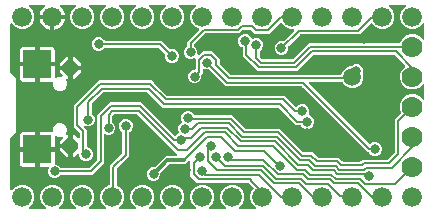
<source format=gbr>
G04 EAGLE Gerber RS-274X export*
G75*
%MOMM*%
%FSLAX34Y34*%
%LPD*%
%INBottom Copper*%
%IPPOS*%
%AMOC8*
5,1,8,0,0,1.08239X$1,22.5*%
G01*
%ADD10R,2.413000X2.413000*%
%ADD11P,1.415766X8X112.500000*%
%ADD12P,1.415766X8X292.500000*%
%ADD13C,1.676400*%
%ADD14C,1.778000*%
%ADD15C,1.500000*%
%ADD16C,0.800100*%
%ADD17C,0.177800*%
%ADD18C,0.304800*%

G36*
X31796Y2548D02*
X31796Y2548D01*
X31848Y2547D01*
X31927Y2568D01*
X32008Y2581D01*
X32055Y2603D01*
X32104Y2617D01*
X32174Y2661D01*
X32248Y2696D01*
X32285Y2731D01*
X32329Y2759D01*
X32382Y2822D01*
X32442Y2878D01*
X32467Y2922D01*
X32501Y2962D01*
X32533Y3037D01*
X32574Y3108D01*
X32585Y3159D01*
X32605Y3206D01*
X32614Y3288D01*
X32632Y3368D01*
X32627Y3419D01*
X32633Y3471D01*
X32617Y3551D01*
X32610Y3633D01*
X32591Y3681D01*
X32581Y3731D01*
X32553Y3775D01*
X32511Y3880D01*
X32398Y4019D01*
X32373Y4057D01*
X29486Y6944D01*
X27939Y10679D01*
X27939Y14721D01*
X29486Y18456D01*
X32344Y21314D01*
X36079Y22861D01*
X40121Y22861D01*
X43856Y21314D01*
X46714Y18456D01*
X48261Y14721D01*
X48261Y10679D01*
X46714Y6944D01*
X43827Y4057D01*
X43796Y4016D01*
X43758Y3980D01*
X43717Y3909D01*
X43669Y3843D01*
X43652Y3794D01*
X43626Y3750D01*
X43608Y3670D01*
X43581Y3592D01*
X43580Y3540D01*
X43568Y3490D01*
X43575Y3408D01*
X43572Y3326D01*
X43586Y3277D01*
X43590Y3225D01*
X43621Y3149D01*
X43642Y3070D01*
X43670Y3026D01*
X43689Y2978D01*
X43741Y2915D01*
X43785Y2846D01*
X43824Y2812D01*
X43857Y2772D01*
X43925Y2727D01*
X43987Y2674D01*
X44035Y2653D01*
X44078Y2625D01*
X44128Y2613D01*
X44232Y2569D01*
X44410Y2551D01*
X44455Y2541D01*
X57145Y2541D01*
X57196Y2548D01*
X57248Y2547D01*
X57327Y2568D01*
X57408Y2581D01*
X57455Y2603D01*
X57504Y2617D01*
X57574Y2661D01*
X57648Y2696D01*
X57685Y2731D01*
X57729Y2759D01*
X57782Y2822D01*
X57842Y2878D01*
X57867Y2922D01*
X57901Y2962D01*
X57933Y3037D01*
X57974Y3108D01*
X57985Y3159D01*
X58005Y3206D01*
X58014Y3288D01*
X58032Y3368D01*
X58027Y3419D01*
X58033Y3471D01*
X58017Y3551D01*
X58010Y3633D01*
X57991Y3681D01*
X57981Y3731D01*
X57953Y3775D01*
X57911Y3880D01*
X57798Y4019D01*
X57773Y4057D01*
X54886Y6944D01*
X53339Y10679D01*
X53339Y14721D01*
X54886Y18456D01*
X57744Y21314D01*
X61479Y22861D01*
X65521Y22861D01*
X69256Y21314D01*
X72114Y18456D01*
X73661Y14721D01*
X73661Y10679D01*
X72114Y6944D01*
X69227Y4057D01*
X69196Y4016D01*
X69158Y3980D01*
X69117Y3909D01*
X69069Y3843D01*
X69052Y3794D01*
X69026Y3750D01*
X69008Y3670D01*
X68981Y3592D01*
X68980Y3540D01*
X68968Y3490D01*
X68975Y3408D01*
X68972Y3326D01*
X68986Y3277D01*
X68990Y3225D01*
X69021Y3149D01*
X69042Y3070D01*
X69070Y3026D01*
X69089Y2978D01*
X69141Y2915D01*
X69185Y2846D01*
X69224Y2812D01*
X69257Y2772D01*
X69325Y2727D01*
X69387Y2674D01*
X69435Y2653D01*
X69478Y2625D01*
X69528Y2613D01*
X69632Y2569D01*
X69810Y2551D01*
X69855Y2541D01*
X82545Y2541D01*
X82596Y2548D01*
X82648Y2547D01*
X82727Y2568D01*
X82808Y2581D01*
X82855Y2603D01*
X82904Y2617D01*
X82974Y2661D01*
X83048Y2696D01*
X83085Y2731D01*
X83129Y2759D01*
X83182Y2822D01*
X83242Y2878D01*
X83267Y2922D01*
X83301Y2962D01*
X83333Y3037D01*
X83374Y3108D01*
X83385Y3159D01*
X83405Y3206D01*
X83414Y3288D01*
X83432Y3368D01*
X83427Y3419D01*
X83433Y3471D01*
X83417Y3551D01*
X83410Y3633D01*
X83391Y3681D01*
X83381Y3731D01*
X83353Y3775D01*
X83311Y3880D01*
X83198Y4019D01*
X83173Y4057D01*
X80286Y6944D01*
X78739Y10679D01*
X78739Y14721D01*
X80286Y18456D01*
X83144Y21314D01*
X86065Y22524D01*
X86118Y22556D01*
X86176Y22579D01*
X86231Y22624D01*
X86293Y22661D01*
X86334Y22707D01*
X86382Y22746D01*
X86422Y22806D01*
X86469Y22859D01*
X86495Y22916D01*
X86529Y22967D01*
X86540Y23014D01*
X86579Y23101D01*
X86606Y23314D01*
X86613Y23344D01*
X86613Y38929D01*
X97148Y49464D01*
X97161Y49481D01*
X97177Y49494D01*
X97239Y49588D01*
X97306Y49678D01*
X97313Y49698D01*
X97324Y49715D01*
X97334Y49760D01*
X97393Y49929D01*
X97397Y50042D01*
X97408Y50092D01*
X97408Y67406D01*
X97405Y67426D01*
X97407Y67447D01*
X97388Y67544D01*
X97385Y67587D01*
X97379Y67602D01*
X97368Y67669D01*
X97359Y67687D01*
X97355Y67708D01*
X97331Y67747D01*
X97253Y67908D01*
X97176Y67990D01*
X97148Y68034D01*
X95431Y69751D01*
X94551Y71875D01*
X94551Y74175D01*
X95431Y76299D01*
X97056Y77924D01*
X99180Y78804D01*
X101480Y78804D01*
X103604Y77924D01*
X105229Y76299D01*
X106109Y74175D01*
X106109Y71875D01*
X105229Y69751D01*
X103512Y68034D01*
X103499Y68017D01*
X103483Y68004D01*
X103421Y67910D01*
X103354Y67820D01*
X103347Y67800D01*
X103336Y67783D01*
X103326Y67738D01*
X103317Y67713D01*
X103312Y67704D01*
X103308Y67687D01*
X103267Y67569D01*
X103264Y67490D01*
X103254Y67444D01*
X103256Y67423D01*
X103252Y67406D01*
X103252Y47304D01*
X92717Y36769D01*
X92704Y36752D01*
X92688Y36739D01*
X92626Y36645D01*
X92559Y36555D01*
X92552Y36535D01*
X92541Y36518D01*
X92531Y36473D01*
X92472Y36304D01*
X92468Y36191D01*
X92457Y36141D01*
X92457Y22818D01*
X92466Y22757D01*
X92465Y22695D01*
X92486Y22626D01*
X92497Y22555D01*
X92524Y22500D01*
X92541Y22440D01*
X92581Y22381D01*
X92612Y22316D01*
X92655Y22271D01*
X92689Y22219D01*
X92728Y22192D01*
X92794Y22122D01*
X92980Y22015D01*
X93005Y21998D01*
X94656Y21314D01*
X97514Y18456D01*
X99061Y14721D01*
X99061Y10679D01*
X97514Y6944D01*
X94627Y4057D01*
X94596Y4016D01*
X94558Y3980D01*
X94517Y3909D01*
X94469Y3843D01*
X94452Y3794D01*
X94426Y3750D01*
X94408Y3670D01*
X94381Y3592D01*
X94380Y3540D01*
X94368Y3490D01*
X94375Y3408D01*
X94372Y3326D01*
X94386Y3277D01*
X94390Y3225D01*
X94421Y3149D01*
X94442Y3070D01*
X94470Y3026D01*
X94489Y2978D01*
X94541Y2915D01*
X94585Y2846D01*
X94624Y2812D01*
X94657Y2772D01*
X94725Y2727D01*
X94787Y2674D01*
X94835Y2653D01*
X94878Y2625D01*
X94928Y2613D01*
X95032Y2569D01*
X95210Y2551D01*
X95255Y2541D01*
X107945Y2541D01*
X107996Y2548D01*
X108048Y2547D01*
X108127Y2568D01*
X108208Y2581D01*
X108255Y2603D01*
X108304Y2617D01*
X108374Y2661D01*
X108448Y2696D01*
X108485Y2731D01*
X108529Y2759D01*
X108582Y2822D01*
X108642Y2878D01*
X108667Y2922D01*
X108701Y2962D01*
X108733Y3037D01*
X108774Y3108D01*
X108785Y3159D01*
X108805Y3206D01*
X108814Y3288D01*
X108832Y3368D01*
X108827Y3419D01*
X108833Y3471D01*
X108817Y3551D01*
X108810Y3633D01*
X108791Y3681D01*
X108781Y3731D01*
X108753Y3775D01*
X108711Y3880D01*
X108598Y4019D01*
X108573Y4057D01*
X105686Y6944D01*
X104139Y10679D01*
X104139Y14721D01*
X105686Y18456D01*
X108544Y21314D01*
X112279Y22861D01*
X116321Y22861D01*
X120056Y21314D01*
X122914Y18456D01*
X124461Y14721D01*
X124461Y10679D01*
X122914Y6944D01*
X120027Y4057D01*
X119996Y4016D01*
X119958Y3980D01*
X119917Y3909D01*
X119869Y3843D01*
X119852Y3794D01*
X119826Y3750D01*
X119808Y3670D01*
X119781Y3592D01*
X119780Y3540D01*
X119768Y3490D01*
X119775Y3408D01*
X119772Y3326D01*
X119786Y3277D01*
X119790Y3225D01*
X119821Y3149D01*
X119842Y3070D01*
X119870Y3026D01*
X119889Y2978D01*
X119941Y2915D01*
X119985Y2846D01*
X120024Y2812D01*
X120057Y2772D01*
X120125Y2727D01*
X120187Y2674D01*
X120235Y2653D01*
X120278Y2625D01*
X120328Y2613D01*
X120432Y2569D01*
X120610Y2551D01*
X120655Y2541D01*
X133345Y2541D01*
X133396Y2548D01*
X133448Y2547D01*
X133527Y2568D01*
X133608Y2581D01*
X133655Y2603D01*
X133704Y2617D01*
X133774Y2661D01*
X133848Y2696D01*
X133885Y2731D01*
X133929Y2759D01*
X133982Y2822D01*
X134042Y2878D01*
X134067Y2922D01*
X134101Y2962D01*
X134133Y3037D01*
X134174Y3108D01*
X134185Y3159D01*
X134205Y3206D01*
X134214Y3288D01*
X134232Y3368D01*
X134227Y3419D01*
X134233Y3471D01*
X134217Y3551D01*
X134210Y3633D01*
X134191Y3681D01*
X134181Y3731D01*
X134153Y3775D01*
X134111Y3880D01*
X133998Y4019D01*
X133973Y4057D01*
X131086Y6944D01*
X129539Y10679D01*
X129539Y14721D01*
X131086Y18456D01*
X133944Y21314D01*
X137679Y22861D01*
X141721Y22861D01*
X145456Y21314D01*
X148314Y18456D01*
X149861Y14721D01*
X149861Y10679D01*
X148314Y6944D01*
X145427Y4057D01*
X145396Y4016D01*
X145358Y3980D01*
X145317Y3909D01*
X145269Y3843D01*
X145252Y3794D01*
X145226Y3750D01*
X145208Y3670D01*
X145181Y3592D01*
X145180Y3540D01*
X145168Y3490D01*
X145175Y3408D01*
X145172Y3326D01*
X145186Y3277D01*
X145190Y3225D01*
X145221Y3149D01*
X145242Y3070D01*
X145270Y3026D01*
X145289Y2978D01*
X145341Y2915D01*
X145385Y2846D01*
X145424Y2812D01*
X145457Y2772D01*
X145525Y2727D01*
X145587Y2674D01*
X145635Y2653D01*
X145678Y2625D01*
X145728Y2613D01*
X145832Y2569D01*
X146010Y2551D01*
X146055Y2541D01*
X158745Y2541D01*
X158796Y2548D01*
X158848Y2547D01*
X158927Y2568D01*
X159008Y2581D01*
X159055Y2603D01*
X159104Y2617D01*
X159174Y2661D01*
X159248Y2696D01*
X159285Y2731D01*
X159329Y2759D01*
X159382Y2822D01*
X159442Y2878D01*
X159467Y2922D01*
X159501Y2962D01*
X159533Y3037D01*
X159574Y3108D01*
X159585Y3159D01*
X159605Y3206D01*
X159614Y3288D01*
X159632Y3368D01*
X159627Y3419D01*
X159633Y3471D01*
X159617Y3551D01*
X159610Y3633D01*
X159591Y3681D01*
X159581Y3731D01*
X159553Y3775D01*
X159511Y3880D01*
X159398Y4019D01*
X159373Y4057D01*
X156486Y6944D01*
X154939Y10679D01*
X154939Y14721D01*
X156486Y18456D01*
X159344Y21314D01*
X163079Y22861D01*
X167121Y22861D01*
X170856Y21314D01*
X173714Y18456D01*
X175261Y14721D01*
X175261Y10679D01*
X173714Y6944D01*
X170827Y4057D01*
X170796Y4016D01*
X170758Y3980D01*
X170717Y3909D01*
X170669Y3843D01*
X170652Y3794D01*
X170626Y3750D01*
X170608Y3670D01*
X170581Y3592D01*
X170580Y3540D01*
X170568Y3490D01*
X170575Y3408D01*
X170572Y3326D01*
X170586Y3277D01*
X170590Y3225D01*
X170621Y3149D01*
X170642Y3070D01*
X170670Y3026D01*
X170689Y2978D01*
X170741Y2915D01*
X170785Y2846D01*
X170824Y2812D01*
X170857Y2772D01*
X170925Y2727D01*
X170987Y2674D01*
X171035Y2653D01*
X171078Y2625D01*
X171128Y2613D01*
X171232Y2569D01*
X171410Y2551D01*
X171455Y2541D01*
X184145Y2541D01*
X184196Y2548D01*
X184248Y2547D01*
X184327Y2568D01*
X184408Y2581D01*
X184455Y2603D01*
X184504Y2617D01*
X184574Y2661D01*
X184648Y2696D01*
X184685Y2731D01*
X184729Y2759D01*
X184782Y2822D01*
X184842Y2878D01*
X184867Y2922D01*
X184901Y2962D01*
X184933Y3037D01*
X184974Y3108D01*
X184985Y3159D01*
X185005Y3206D01*
X185014Y3288D01*
X185032Y3368D01*
X185027Y3419D01*
X185033Y3471D01*
X185017Y3551D01*
X185010Y3633D01*
X184991Y3681D01*
X184981Y3731D01*
X184953Y3775D01*
X184911Y3880D01*
X184798Y4019D01*
X184773Y4057D01*
X181886Y6944D01*
X180339Y10679D01*
X180339Y14721D01*
X181886Y18456D01*
X184744Y21314D01*
X188479Y22861D01*
X192521Y22861D01*
X196256Y21314D01*
X199114Y18456D01*
X200661Y14721D01*
X200661Y10679D01*
X199114Y6944D01*
X196227Y4057D01*
X196196Y4016D01*
X196158Y3980D01*
X196117Y3909D01*
X196069Y3843D01*
X196052Y3794D01*
X196026Y3750D01*
X196008Y3670D01*
X195981Y3592D01*
X195980Y3540D01*
X195968Y3490D01*
X195975Y3408D01*
X195972Y3326D01*
X195986Y3277D01*
X195990Y3225D01*
X196021Y3149D01*
X196042Y3070D01*
X196070Y3026D01*
X196089Y2978D01*
X196141Y2915D01*
X196185Y2846D01*
X196224Y2812D01*
X196257Y2772D01*
X196325Y2727D01*
X196387Y2674D01*
X196435Y2653D01*
X196478Y2625D01*
X196528Y2613D01*
X196632Y2569D01*
X196810Y2551D01*
X196855Y2541D01*
X209545Y2541D01*
X209596Y2548D01*
X209648Y2547D01*
X209727Y2568D01*
X209808Y2581D01*
X209855Y2603D01*
X209904Y2617D01*
X209974Y2661D01*
X210048Y2696D01*
X210085Y2731D01*
X210129Y2759D01*
X210182Y2822D01*
X210242Y2878D01*
X210267Y2922D01*
X210301Y2962D01*
X210333Y3037D01*
X210374Y3108D01*
X210385Y3159D01*
X210405Y3206D01*
X210414Y3288D01*
X210432Y3368D01*
X210427Y3419D01*
X210433Y3471D01*
X210417Y3551D01*
X210410Y3633D01*
X210391Y3681D01*
X210381Y3731D01*
X210353Y3775D01*
X210311Y3880D01*
X210198Y4019D01*
X210173Y4057D01*
X207286Y6944D01*
X205739Y10679D01*
X205739Y14721D01*
X207286Y18456D01*
X208244Y19413D01*
X208305Y19496D01*
X208371Y19574D01*
X208383Y19602D01*
X208401Y19627D01*
X208435Y19724D01*
X208475Y19818D01*
X208479Y19849D01*
X208489Y19878D01*
X208492Y19981D01*
X208503Y20083D01*
X208497Y20113D01*
X208498Y20144D01*
X208471Y20243D01*
X208451Y20344D01*
X208438Y20364D01*
X208428Y20400D01*
X208285Y20625D01*
X208256Y20649D01*
X208244Y20669D01*
X206377Y22536D01*
X204472Y24441D01*
X204455Y24453D01*
X204442Y24469D01*
X204349Y24532D01*
X204258Y24598D01*
X204239Y24605D01*
X204221Y24617D01*
X204177Y24627D01*
X204007Y24686D01*
X203895Y24690D01*
X203844Y24701D01*
X160810Y24701D01*
X154876Y30635D01*
X154876Y42080D01*
X154868Y42131D01*
X154870Y42182D01*
X154848Y42262D01*
X154836Y42343D01*
X154814Y42389D01*
X154800Y42439D01*
X154756Y42508D01*
X154720Y42582D01*
X154685Y42620D01*
X154657Y42663D01*
X154595Y42716D01*
X154539Y42776D01*
X154494Y42802D01*
X154455Y42835D01*
X154379Y42867D01*
X154308Y42908D01*
X154258Y42919D01*
X154210Y42940D01*
X154129Y42948D01*
X154049Y42966D01*
X153997Y42962D01*
X153946Y42967D01*
X153865Y42951D01*
X153784Y42944D01*
X153736Y42925D01*
X153685Y42915D01*
X153642Y42887D01*
X153537Y42845D01*
X153398Y42732D01*
X153359Y42708D01*
X151106Y40455D01*
X137408Y40455D01*
X137387Y40452D01*
X137366Y40454D01*
X137256Y40432D01*
X137145Y40415D01*
X137126Y40406D01*
X137105Y40402D01*
X137067Y40377D01*
X136906Y40299D01*
X136823Y40222D01*
X136780Y40195D01*
X129795Y33210D01*
X129782Y33193D01*
X129766Y33180D01*
X129704Y33086D01*
X129637Y32996D01*
X129630Y32976D01*
X129619Y32959D01*
X129609Y32914D01*
X129550Y32745D01*
X129546Y32632D01*
X129535Y32582D01*
X129535Y31051D01*
X128655Y28927D01*
X127029Y27301D01*
X124905Y26421D01*
X122606Y26421D01*
X120482Y27301D01*
X118856Y28927D01*
X117976Y31051D01*
X117976Y33350D01*
X118856Y35474D01*
X120482Y37100D01*
X122606Y37980D01*
X124137Y37980D01*
X124158Y37983D01*
X124179Y37981D01*
X124289Y38003D01*
X124400Y38019D01*
X124419Y38029D01*
X124439Y38033D01*
X124478Y38057D01*
X124639Y38135D01*
X124721Y38212D01*
X124765Y38240D01*
X134093Y47568D01*
X142697Y47568D01*
X142748Y47576D01*
X142800Y47574D01*
X142879Y47596D01*
X142960Y47608D01*
X143006Y47630D01*
X143056Y47644D01*
X143126Y47688D01*
X143199Y47724D01*
X143237Y47759D01*
X143281Y47787D01*
X143334Y47849D01*
X143394Y47905D01*
X143419Y47950D01*
X143453Y47989D01*
X143485Y48065D01*
X143526Y48136D01*
X143537Y48186D01*
X143557Y48234D01*
X143566Y48315D01*
X143583Y48395D01*
X143579Y48447D01*
X143585Y48498D01*
X143568Y48579D01*
X143562Y48660D01*
X143543Y48708D01*
X143532Y48759D01*
X143505Y48802D01*
X143463Y48907D01*
X143350Y49046D01*
X143325Y49085D01*
X110148Y82262D01*
X110131Y82274D01*
X110118Y82291D01*
X110024Y82353D01*
X109934Y82420D01*
X109914Y82427D01*
X109897Y82438D01*
X109852Y82448D01*
X109683Y82507D01*
X109570Y82511D01*
X109520Y82522D01*
X90378Y82522D01*
X90358Y82519D01*
X90337Y82521D01*
X90226Y82499D01*
X90115Y82482D01*
X90097Y82473D01*
X90076Y82469D01*
X90037Y82445D01*
X89876Y82367D01*
X89794Y82290D01*
X89750Y82262D01*
X88907Y81419D01*
X88894Y81402D01*
X88878Y81389D01*
X88816Y81295D01*
X88749Y81205D01*
X88742Y81185D01*
X88731Y81167D01*
X88721Y81123D01*
X88662Y80954D01*
X88658Y80841D01*
X88647Y80791D01*
X88647Y76739D01*
X88650Y76718D01*
X88648Y76698D01*
X88670Y76587D01*
X88687Y76476D01*
X88696Y76458D01*
X88700Y76437D01*
X88724Y76398D01*
X88802Y76237D01*
X88879Y76155D01*
X88907Y76111D01*
X90624Y74394D01*
X91504Y72270D01*
X91504Y69970D01*
X90624Y67846D01*
X88999Y66221D01*
X86875Y65341D01*
X84575Y65341D01*
X83080Y65960D01*
X83070Y65963D01*
X83061Y65968D01*
X82942Y65994D01*
X82822Y66024D01*
X82812Y66023D01*
X82802Y66026D01*
X82679Y66016D01*
X82557Y66009D01*
X82547Y66005D01*
X82537Y66004D01*
X82423Y65958D01*
X82308Y65915D01*
X82300Y65909D01*
X82290Y65905D01*
X82194Y65827D01*
X82098Y65753D01*
X82092Y65744D01*
X82084Y65737D01*
X82015Y65635D01*
X81945Y65535D01*
X81942Y65525D01*
X81936Y65516D01*
X81929Y65486D01*
X81864Y65282D01*
X81863Y65186D01*
X81852Y65139D01*
X81852Y41525D01*
X71695Y31368D01*
X45624Y31368D01*
X45604Y31365D01*
X45583Y31367D01*
X45472Y31345D01*
X45361Y31328D01*
X45343Y31319D01*
X45322Y31315D01*
X45283Y31291D01*
X45122Y31213D01*
X45040Y31136D01*
X44996Y31108D01*
X43279Y29391D01*
X41155Y28511D01*
X38855Y28511D01*
X36731Y29391D01*
X35106Y31016D01*
X34226Y33140D01*
X34226Y35440D01*
X34900Y37066D01*
X34902Y37076D01*
X34907Y37085D01*
X34934Y37205D01*
X34963Y37324D01*
X34963Y37335D01*
X34965Y37345D01*
X34955Y37467D01*
X34948Y37589D01*
X34944Y37599D01*
X34943Y37610D01*
X34898Y37724D01*
X34855Y37838D01*
X34848Y37847D01*
X34844Y37857D01*
X34767Y37952D01*
X34692Y38049D01*
X34684Y38055D01*
X34677Y38063D01*
X34574Y38131D01*
X34474Y38201D01*
X34464Y38205D01*
X34456Y38210D01*
X34425Y38217D01*
X34221Y38283D01*
X34126Y38284D01*
X34079Y38294D01*
X27227Y38294D01*
X27227Y51123D01*
X40056Y51123D01*
X40056Y40957D01*
X40071Y40856D01*
X40079Y40754D01*
X40091Y40725D01*
X40096Y40695D01*
X40140Y40602D01*
X40178Y40507D01*
X40198Y40483D01*
X40211Y40455D01*
X40281Y40380D01*
X40346Y40301D01*
X40372Y40284D01*
X40393Y40261D01*
X40482Y40210D01*
X40567Y40153D01*
X40591Y40148D01*
X40623Y40129D01*
X40883Y40071D01*
X40921Y40074D01*
X40944Y40069D01*
X41155Y40069D01*
X43279Y39189D01*
X44996Y37472D01*
X45013Y37459D01*
X45026Y37443D01*
X45120Y37381D01*
X45210Y37314D01*
X45230Y37307D01*
X45247Y37296D01*
X45292Y37286D01*
X45461Y37227D01*
X45574Y37223D01*
X45624Y37212D01*
X68907Y37212D01*
X68928Y37215D01*
X68948Y37213D01*
X69059Y37235D01*
X69170Y37252D01*
X69188Y37261D01*
X69209Y37265D01*
X69248Y37289D01*
X69409Y37367D01*
X69491Y37444D01*
X69535Y37472D01*
X75749Y43686D01*
X75761Y43702D01*
X75777Y43716D01*
X75792Y43737D01*
X75792Y43738D01*
X75840Y43809D01*
X75906Y43900D01*
X75913Y43919D01*
X75925Y43937D01*
X75935Y43981D01*
X75994Y44151D01*
X75998Y44263D01*
X76009Y44314D01*
X76009Y82173D01*
X86579Y92743D01*
X113319Y92743D01*
X141227Y64835D01*
X141309Y64774D01*
X141388Y64708D01*
X141416Y64696D01*
X141441Y64678D01*
X141538Y64644D01*
X141632Y64603D01*
X141663Y64600D01*
X141692Y64590D01*
X141794Y64587D01*
X141896Y64576D01*
X141927Y64582D01*
X141957Y64581D01*
X142056Y64608D01*
X142157Y64628D01*
X142177Y64641D01*
X142214Y64651D01*
X142438Y64794D01*
X142463Y64822D01*
X142483Y64835D01*
X143380Y65732D01*
X144984Y66397D01*
X145072Y66450D01*
X145164Y66497D01*
X145186Y66518D01*
X145212Y66534D01*
X145280Y66611D01*
X145354Y66683D01*
X145368Y66710D01*
X145389Y66733D01*
X145431Y66826D01*
X145480Y66916D01*
X145486Y66947D01*
X145499Y66975D01*
X145512Y67076D01*
X145532Y67177D01*
X145528Y67201D01*
X145532Y67238D01*
X145486Y67500D01*
X145469Y67534D01*
X145465Y67557D01*
X144820Y69114D01*
X144820Y71413D01*
X145700Y73537D01*
X147326Y75163D01*
X147539Y75251D01*
X147627Y75304D01*
X147718Y75351D01*
X147740Y75373D01*
X147767Y75389D01*
X147835Y75465D01*
X147908Y75537D01*
X147923Y75564D01*
X147943Y75587D01*
X147986Y75681D01*
X148035Y75771D01*
X148041Y75801D01*
X148054Y75829D01*
X148067Y75931D01*
X148087Y76032D01*
X148082Y76055D01*
X148087Y76093D01*
X148041Y76354D01*
X148024Y76388D01*
X148020Y76412D01*
X147097Y78639D01*
X147097Y80938D01*
X147977Y83062D01*
X149603Y84688D01*
X151727Y85568D01*
X154026Y85568D01*
X156150Y84688D01*
X157776Y83062D01*
X158115Y82243D01*
X158147Y82190D01*
X158170Y82132D01*
X158216Y82076D01*
X158253Y82015D01*
X158299Y81974D01*
X158338Y81926D01*
X158398Y81886D01*
X158451Y81838D01*
X158508Y81813D01*
X158559Y81778D01*
X158606Y81768D01*
X158693Y81728D01*
X158905Y81701D01*
X158936Y81694D01*
X190408Y81694D01*
X201610Y70492D01*
X201627Y70479D01*
X201640Y70463D01*
X201734Y70401D01*
X201824Y70334D01*
X201844Y70327D01*
X201861Y70316D01*
X201906Y70306D01*
X202075Y70247D01*
X202188Y70243D01*
X202238Y70232D01*
X230735Y70232D01*
X250169Y50798D01*
X250186Y50785D01*
X250199Y50769D01*
X250293Y50706D01*
X250383Y50640D01*
X250403Y50633D01*
X250420Y50621D01*
X250465Y50611D01*
X250634Y50553D01*
X250747Y50549D01*
X250797Y50537D01*
X258598Y50537D01*
X263091Y46044D01*
X263108Y46032D01*
X263122Y46016D01*
X263215Y45953D01*
X263305Y45887D01*
X263325Y45880D01*
X263343Y45868D01*
X263387Y45858D01*
X263556Y45799D01*
X263669Y45795D01*
X263720Y45784D01*
X280636Y45784D01*
X283551Y42869D01*
X283568Y42857D01*
X283581Y42841D01*
X283675Y42778D01*
X283765Y42712D01*
X283785Y42705D01*
X283802Y42693D01*
X283847Y42683D01*
X284016Y42624D01*
X284129Y42620D01*
X284179Y42609D01*
X298609Y42609D01*
X298630Y42612D01*
X298651Y42610D01*
X298761Y42632D01*
X298872Y42649D01*
X298891Y42658D01*
X298911Y42662D01*
X298950Y42687D01*
X299111Y42765D01*
X299194Y42842D01*
X299237Y42869D01*
X300565Y44197D01*
X321637Y44197D01*
X321658Y44200D01*
X321678Y44198D01*
X321789Y44220D01*
X321900Y44237D01*
X321918Y44246D01*
X321939Y44250D01*
X321978Y44274D01*
X322139Y44352D01*
X322221Y44429D01*
X322265Y44457D01*
X327780Y49972D01*
X327793Y49989D01*
X327809Y50002D01*
X327871Y50096D01*
X327938Y50186D01*
X327945Y50206D01*
X327956Y50223D01*
X327966Y50268D01*
X328025Y50437D01*
X328029Y50550D01*
X328040Y50600D01*
X328040Y78172D01*
X330012Y80144D01*
X333105Y83237D01*
X333141Y83287D01*
X333186Y83330D01*
X333220Y83393D01*
X333262Y83451D01*
X333283Y83509D01*
X333312Y83564D01*
X333326Y83634D01*
X333350Y83702D01*
X333352Y83764D01*
X333364Y83824D01*
X333356Y83872D01*
X333359Y83967D01*
X333302Y84174D01*
X333297Y84205D01*
X332231Y86778D01*
X332231Y91022D01*
X333855Y94943D01*
X336857Y97945D01*
X340778Y99569D01*
X345022Y99569D01*
X348943Y97945D01*
X351543Y95345D01*
X351584Y95314D01*
X351620Y95277D01*
X351691Y95236D01*
X351757Y95187D01*
X351806Y95170D01*
X351850Y95145D01*
X351930Y95127D01*
X352008Y95100D01*
X352060Y95098D01*
X352110Y95087D01*
X352192Y95094D01*
X352274Y95091D01*
X352323Y95104D01*
X352375Y95108D01*
X352451Y95139D01*
X352530Y95161D01*
X352574Y95188D01*
X352622Y95207D01*
X352685Y95259D01*
X352754Y95303D01*
X352788Y95342D01*
X352828Y95375D01*
X352873Y95443D01*
X352926Y95506D01*
X352947Y95553D01*
X352975Y95596D01*
X352987Y95647D01*
X353031Y95750D01*
X353049Y95929D01*
X353059Y95973D01*
X353059Y107227D01*
X353052Y107278D01*
X353053Y107330D01*
X353032Y107409D01*
X353019Y107490D01*
X352997Y107536D01*
X352983Y107586D01*
X352939Y107655D01*
X352904Y107729D01*
X352869Y107767D01*
X352841Y107810D01*
X352778Y107863D01*
X352722Y107923D01*
X352678Y107949D01*
X352638Y107982D01*
X352563Y108015D01*
X352492Y108055D01*
X352441Y108067D01*
X352394Y108087D01*
X352312Y108095D01*
X352232Y108113D01*
X352181Y108109D01*
X352129Y108114D01*
X352049Y108098D01*
X351967Y108092D01*
X351919Y108072D01*
X351869Y108062D01*
X351825Y108035D01*
X351720Y107993D01*
X351581Y107880D01*
X351543Y107855D01*
X348943Y105255D01*
X345022Y103631D01*
X340778Y103631D01*
X336857Y105255D01*
X333855Y108257D01*
X332231Y112178D01*
X332231Y116422D01*
X333855Y120343D01*
X336472Y122960D01*
X336533Y123043D01*
X336599Y123121D01*
X336611Y123149D01*
X336630Y123174D01*
X336663Y123271D01*
X336704Y123365D01*
X336707Y123396D01*
X336717Y123425D01*
X336721Y123527D01*
X336731Y123630D01*
X336725Y123660D01*
X336726Y123691D01*
X336699Y123790D01*
X336679Y123890D01*
X336666Y123910D01*
X336656Y123947D01*
X336514Y124171D01*
X336485Y124196D01*
X336472Y124216D01*
X327980Y132708D01*
X327963Y132721D01*
X327950Y132737D01*
X327856Y132799D01*
X327766Y132866D01*
X327746Y132873D01*
X327729Y132884D01*
X327684Y132894D01*
X327515Y132953D01*
X327402Y132957D01*
X327352Y132968D01*
X259573Y132968D01*
X259552Y132965D01*
X259531Y132967D01*
X259421Y132945D01*
X259310Y132928D01*
X259291Y132919D01*
X259270Y132915D01*
X259232Y132891D01*
X259071Y132813D01*
X258988Y132736D01*
X258945Y132708D01*
X245612Y119376D01*
X211715Y119376D01*
X199389Y131701D01*
X199389Y138770D01*
X199380Y138831D01*
X199381Y138893D01*
X199360Y138962D01*
X199349Y139033D01*
X199322Y139088D01*
X199305Y139148D01*
X199265Y139207D01*
X199234Y139272D01*
X199191Y139317D01*
X199157Y139369D01*
X199118Y139396D01*
X199052Y139466D01*
X198866Y139572D01*
X198841Y139590D01*
X198148Y139877D01*
X196523Y141503D01*
X195643Y143627D01*
X195643Y145926D01*
X196523Y148050D01*
X198148Y149676D01*
X200272Y150556D01*
X202572Y150556D01*
X204696Y149676D01*
X206321Y148050D01*
X206689Y147163D01*
X206742Y147075D01*
X206789Y146984D01*
X206810Y146962D01*
X206826Y146936D01*
X206903Y146867D01*
X206975Y146794D01*
X207002Y146779D01*
X207025Y146759D01*
X207118Y146716D01*
X207208Y146667D01*
X207239Y146661D01*
X207267Y146649D01*
X207368Y146636D01*
X207469Y146616D01*
X207493Y146620D01*
X207530Y146615D01*
X207792Y146661D01*
X207826Y146678D01*
X207849Y146683D01*
X209543Y147384D01*
X211843Y147384D01*
X213967Y146504D01*
X215592Y144879D01*
X216472Y142755D01*
X216472Y140455D01*
X215592Y138331D01*
X213875Y136614D01*
X213862Y136597D01*
X213846Y136584D01*
X213784Y136490D01*
X213717Y136400D01*
X213710Y136380D01*
X213699Y136363D01*
X213689Y136318D01*
X213630Y136149D01*
X213626Y136036D01*
X213615Y135986D01*
X213615Y131496D01*
X213618Y131475D01*
X213616Y131454D01*
X213638Y131344D01*
X213655Y131233D01*
X213664Y131214D01*
X213668Y131193D01*
X213692Y131155D01*
X213770Y130994D01*
X213847Y130911D01*
X213875Y130868D01*
X215453Y129290D01*
X215470Y129277D01*
X215483Y129261D01*
X215577Y129198D01*
X215667Y129132D01*
X215687Y129125D01*
X215704Y129113D01*
X215749Y129103D01*
X215918Y129044D01*
X216031Y129041D01*
X216081Y129029D01*
X241246Y129029D01*
X241267Y129032D01*
X241287Y129030D01*
X241398Y129052D01*
X241509Y129069D01*
X241527Y129078D01*
X241548Y129082D01*
X241587Y129107D01*
X241748Y129185D01*
X241830Y129262D01*
X241874Y129290D01*
X255206Y142622D01*
X331969Y142622D01*
X332030Y142631D01*
X332092Y142630D01*
X332161Y142651D01*
X332232Y142662D01*
X332288Y142689D01*
X332347Y142706D01*
X332406Y142746D01*
X332471Y142777D01*
X332516Y142820D01*
X332568Y142854D01*
X332595Y142893D01*
X332665Y142959D01*
X332772Y143145D01*
X332790Y143170D01*
X333855Y145743D01*
X336857Y148745D01*
X340778Y150369D01*
X345022Y150369D01*
X348943Y148745D01*
X351543Y146145D01*
X351584Y146114D01*
X351620Y146077D01*
X351691Y146036D01*
X351757Y145987D01*
X351806Y145970D01*
X351850Y145945D01*
X351930Y145927D01*
X352008Y145900D01*
X352060Y145898D01*
X352110Y145887D01*
X352192Y145894D01*
X352274Y145891D01*
X352323Y145904D01*
X352375Y145908D01*
X352451Y145939D01*
X352530Y145961D01*
X352574Y145988D01*
X352622Y146007D01*
X352685Y146059D01*
X352754Y146103D01*
X352788Y146142D01*
X352828Y146175D01*
X352873Y146243D01*
X352926Y146306D01*
X352947Y146353D01*
X352975Y146396D01*
X352987Y146447D01*
X353031Y146550D01*
X353049Y146729D01*
X353059Y146773D01*
X353059Y158745D01*
X353052Y158796D01*
X353053Y158848D01*
X353032Y158927D01*
X353019Y159008D01*
X352997Y159055D01*
X352983Y159104D01*
X352939Y159174D01*
X352904Y159248D01*
X352869Y159285D01*
X352841Y159329D01*
X352778Y159382D01*
X352722Y159442D01*
X352678Y159467D01*
X352638Y159501D01*
X352563Y159533D01*
X352492Y159574D01*
X352441Y159585D01*
X352394Y159605D01*
X352312Y159614D01*
X352232Y159632D01*
X352181Y159627D01*
X352129Y159633D01*
X352049Y159617D01*
X351967Y159610D01*
X351919Y159591D01*
X351869Y159581D01*
X351825Y159553D01*
X351720Y159511D01*
X351581Y159398D01*
X351543Y159373D01*
X348656Y156486D01*
X344921Y154939D01*
X340879Y154939D01*
X337144Y156486D01*
X334286Y159344D01*
X332739Y163079D01*
X332739Y167121D01*
X334286Y170856D01*
X337173Y173743D01*
X337204Y173784D01*
X337242Y173820D01*
X337283Y173891D01*
X337331Y173957D01*
X337348Y174006D01*
X337374Y174050D01*
X337392Y174130D01*
X337419Y174208D01*
X337420Y174260D01*
X337432Y174310D01*
X337425Y174392D01*
X337428Y174474D01*
X337414Y174523D01*
X337410Y174575D01*
X337379Y174651D01*
X337358Y174730D01*
X337330Y174774D01*
X337311Y174822D01*
X337259Y174885D01*
X337215Y174954D01*
X337176Y174988D01*
X337143Y175028D01*
X337075Y175073D01*
X337013Y175126D01*
X336965Y175147D01*
X336922Y175175D01*
X336872Y175187D01*
X336768Y175231D01*
X336590Y175249D01*
X336545Y175259D01*
X323855Y175259D01*
X323804Y175252D01*
X323752Y175253D01*
X323673Y175232D01*
X323592Y175219D01*
X323545Y175197D01*
X323496Y175183D01*
X323426Y175139D01*
X323352Y175104D01*
X323315Y175069D01*
X323271Y175041D01*
X323218Y174978D01*
X323158Y174922D01*
X323133Y174878D01*
X323099Y174838D01*
X323067Y174763D01*
X323026Y174692D01*
X323015Y174641D01*
X322995Y174594D01*
X322986Y174512D01*
X322968Y174432D01*
X322973Y174381D01*
X322967Y174329D01*
X322983Y174249D01*
X322990Y174167D01*
X323009Y174119D01*
X323019Y174069D01*
X323047Y174025D01*
X323089Y173920D01*
X323202Y173781D01*
X323227Y173743D01*
X326114Y170856D01*
X327661Y167121D01*
X327661Y163079D01*
X326114Y159344D01*
X323256Y156486D01*
X319521Y154939D01*
X315479Y154939D01*
X311744Y156486D01*
X308858Y159373D01*
X308839Y159402D01*
X308776Y159507D01*
X308768Y159514D01*
X308762Y159523D01*
X308668Y159603D01*
X308577Y159684D01*
X308568Y159689D01*
X308559Y159696D01*
X308446Y159744D01*
X308335Y159794D01*
X308325Y159796D01*
X308315Y159800D01*
X308192Y159813D01*
X308072Y159828D01*
X308061Y159826D01*
X308051Y159827D01*
X307930Y159803D01*
X307810Y159782D01*
X307800Y159777D01*
X307790Y159775D01*
X307763Y159758D01*
X307573Y159661D01*
X307505Y159594D01*
X307464Y159568D01*
X298220Y150325D01*
X248255Y150325D01*
X248234Y150321D01*
X248213Y150324D01*
X248103Y150302D01*
X247992Y150285D01*
X247973Y150276D01*
X247953Y150271D01*
X247914Y150247D01*
X247753Y150169D01*
X247670Y150092D01*
X247627Y150064D01*
X238111Y140549D01*
X238099Y140532D01*
X238082Y140519D01*
X238020Y140425D01*
X237953Y140335D01*
X237947Y140315D01*
X237935Y140297D01*
X237925Y140253D01*
X237866Y140084D01*
X237862Y139971D01*
X237851Y139921D01*
X237851Y137492D01*
X236971Y135368D01*
X235345Y133742D01*
X233221Y132862D01*
X230922Y132862D01*
X228798Y133742D01*
X227172Y135368D01*
X226293Y137492D01*
X226293Y139791D01*
X227172Y141915D01*
X228798Y143541D01*
X230922Y144420D01*
X233351Y144420D01*
X233372Y144424D01*
X233393Y144421D01*
X233503Y144443D01*
X233614Y144460D01*
X233633Y144469D01*
X233653Y144474D01*
X233692Y144498D01*
X233853Y144576D01*
X233936Y144653D01*
X233979Y144681D01*
X242721Y153423D01*
X242752Y153464D01*
X242790Y153500D01*
X242831Y153571D01*
X242879Y153637D01*
X242896Y153686D01*
X242922Y153730D01*
X242940Y153810D01*
X242967Y153888D01*
X242968Y153940D01*
X242980Y153990D01*
X242973Y154072D01*
X242976Y154154D01*
X242962Y154203D01*
X242958Y154255D01*
X242927Y154331D01*
X242906Y154410D01*
X242878Y154454D01*
X242859Y154502D01*
X242807Y154565D01*
X242763Y154634D01*
X242724Y154668D01*
X242691Y154708D01*
X242623Y154753D01*
X242561Y154806D01*
X242513Y154827D01*
X242470Y154855D01*
X242420Y154867D01*
X242316Y154911D01*
X242138Y154929D01*
X242093Y154939D01*
X239279Y154939D01*
X235544Y156486D01*
X232686Y159344D01*
X232452Y159909D01*
X232447Y159918D01*
X232444Y159928D01*
X232378Y160032D01*
X232315Y160136D01*
X232307Y160143D01*
X232302Y160152D01*
X232208Y160232D01*
X232117Y160313D01*
X232107Y160317D01*
X232099Y160324D01*
X231986Y160372D01*
X231875Y160423D01*
X231864Y160424D01*
X231855Y160429D01*
X231732Y160441D01*
X231611Y160457D01*
X231601Y160455D01*
X231590Y160456D01*
X231469Y160432D01*
X231349Y160411D01*
X231340Y160406D01*
X231329Y160404D01*
X231303Y160387D01*
X231113Y160289D01*
X231044Y160223D01*
X231004Y160197D01*
X223717Y152910D01*
X221746Y150939D01*
X209419Y150939D01*
X206314Y154044D01*
X206297Y154057D01*
X206284Y154073D01*
X206190Y154135D01*
X206100Y154202D01*
X206080Y154209D01*
X206063Y154220D01*
X206018Y154230D01*
X205849Y154289D01*
X205736Y154293D01*
X205686Y154304D01*
X199830Y154304D01*
X199809Y154301D01*
X199788Y154303D01*
X199678Y154281D01*
X199567Y154264D01*
X199548Y154255D01*
X199528Y154251D01*
X199489Y154227D01*
X199328Y154149D01*
X199245Y154072D01*
X199202Y154044D01*
X196287Y151129D01*
X168012Y151129D01*
X167991Y151126D01*
X167970Y151128D01*
X167860Y151106D01*
X167749Y151089D01*
X167730Y151080D01*
X167709Y151076D01*
X167671Y151052D01*
X167510Y150974D01*
X167427Y150897D01*
X167384Y150869D01*
X158376Y141861D01*
X158363Y141845D01*
X158347Y141831D01*
X158285Y141738D01*
X158218Y141647D01*
X158211Y141628D01*
X158200Y141610D01*
X158190Y141566D01*
X158131Y141396D01*
X158127Y141284D01*
X158116Y141233D01*
X158116Y140684D01*
X158119Y140663D01*
X158117Y140642D01*
X158139Y140532D01*
X158156Y140421D01*
X158165Y140402D01*
X158169Y140381D01*
X158193Y140343D01*
X158271Y140182D01*
X158348Y140099D01*
X158376Y140056D01*
X160093Y138338D01*
X160973Y136214D01*
X160973Y133875D01*
X160951Y133812D01*
X160950Y133771D01*
X160940Y133731D01*
X160945Y133639D01*
X160942Y133547D01*
X160953Y133507D01*
X160955Y133466D01*
X160988Y133379D01*
X161012Y133290D01*
X161034Y133255D01*
X161049Y133217D01*
X161105Y133144D01*
X161155Y133066D01*
X161186Y133039D01*
X161211Y133007D01*
X161287Y132954D01*
X161357Y132894D01*
X161395Y132878D01*
X161429Y132854D01*
X161517Y132825D01*
X161602Y132789D01*
X161643Y132785D01*
X161682Y132772D01*
X161774Y132771D01*
X161866Y132762D01*
X161907Y132770D01*
X161948Y132769D01*
X162036Y132796D01*
X162127Y132814D01*
X162153Y132831D01*
X162203Y132845D01*
X162424Y132993D01*
X162435Y133010D01*
X162453Y133021D01*
X165382Y135951D01*
X173327Y135951D01*
X179706Y129572D01*
X179706Y125644D01*
X179709Y125624D01*
X179707Y125603D01*
X179729Y125492D01*
X179746Y125382D01*
X179755Y125363D01*
X179759Y125342D01*
X179783Y125304D01*
X179861Y125142D01*
X179938Y125060D01*
X179966Y125016D01*
X188647Y116336D01*
X188664Y116323D01*
X188677Y116307D01*
X188770Y116244D01*
X188861Y116178D01*
X188881Y116171D01*
X188898Y116159D01*
X188943Y116149D01*
X189112Y116090D01*
X189224Y116087D01*
X189275Y116075D01*
X282199Y116075D01*
X282260Y116085D01*
X282322Y116084D01*
X282391Y116104D01*
X282461Y116115D01*
X282517Y116142D01*
X282577Y116160D01*
X282636Y116200D01*
X282701Y116231D01*
X282746Y116273D01*
X282798Y116308D01*
X282825Y116347D01*
X282895Y116412D01*
X283001Y116598D01*
X283019Y116624D01*
X284234Y119556D01*
X286844Y122166D01*
X290254Y123579D01*
X291046Y123579D01*
X291067Y123582D01*
X291088Y123580D01*
X291198Y123602D01*
X291309Y123619D01*
X291328Y123628D01*
X291349Y123632D01*
X291387Y123656D01*
X291548Y123734D01*
X291631Y123811D01*
X291674Y123839D01*
X292319Y124484D01*
X294444Y125364D01*
X296743Y125364D01*
X298867Y124484D01*
X300493Y122858D01*
X301372Y120734D01*
X301372Y118435D01*
X301042Y117638D01*
X301037Y117618D01*
X301027Y117599D01*
X301005Y117489D01*
X300978Y117380D01*
X300980Y117359D01*
X300976Y117338D01*
X300983Y117293D01*
X300994Y117114D01*
X301033Y117009D01*
X301042Y116958D01*
X301379Y116146D01*
X301379Y112454D01*
X299966Y109044D01*
X297356Y106434D01*
X293946Y105021D01*
X290254Y105021D01*
X286844Y106434D01*
X284234Y109044D01*
X283969Y109684D01*
X283937Y109737D01*
X283914Y109794D01*
X283869Y109850D01*
X283832Y109911D01*
X283785Y109952D01*
X283746Y110001D01*
X283687Y110040D01*
X283633Y110088D01*
X283577Y110114D01*
X283525Y110148D01*
X283478Y110158D01*
X283391Y110198D01*
X283179Y110225D01*
X283148Y110232D01*
X256089Y110232D01*
X256039Y110224D01*
X255987Y110226D01*
X255908Y110204D01*
X255827Y110192D01*
X255780Y110170D01*
X255730Y110156D01*
X255661Y110112D01*
X255587Y110076D01*
X255550Y110041D01*
X255506Y110013D01*
X255453Y109951D01*
X255393Y109895D01*
X255367Y109850D01*
X255334Y109811D01*
X255302Y109735D01*
X255261Y109664D01*
X255250Y109614D01*
X255230Y109566D01*
X255221Y109485D01*
X255203Y109405D01*
X255208Y109353D01*
X255202Y109302D01*
X255218Y109221D01*
X255225Y109140D01*
X255244Y109092D01*
X255254Y109041D01*
X255282Y108998D01*
X255324Y108893D01*
X255437Y108754D01*
X255461Y108716D01*
X306279Y57898D01*
X306362Y57837D01*
X306440Y57771D01*
X306468Y57759D01*
X306493Y57740D01*
X306590Y57707D01*
X306684Y57666D01*
X306715Y57663D01*
X306744Y57653D01*
X306846Y57649D01*
X306949Y57639D01*
X306979Y57645D01*
X307010Y57644D01*
X307109Y57671D01*
X307209Y57691D01*
X307229Y57704D01*
X307266Y57714D01*
X307490Y57856D01*
X307515Y57885D01*
X307535Y57898D01*
X307876Y58239D01*
X310000Y59119D01*
X312300Y59119D01*
X314424Y58239D01*
X316049Y56614D01*
X316929Y54490D01*
X316929Y52190D01*
X316049Y50066D01*
X314424Y48441D01*
X312300Y47561D01*
X310000Y47561D01*
X307876Y48441D01*
X306234Y50083D01*
X306224Y50108D01*
X306179Y50163D01*
X306142Y50224D01*
X306096Y50266D01*
X306057Y50314D01*
X305997Y50354D01*
X305944Y50401D01*
X305887Y50427D01*
X305836Y50461D01*
X305789Y50472D01*
X305702Y50511D01*
X305489Y50539D01*
X305459Y50545D01*
X305368Y50545D01*
X249751Y106162D01*
X249734Y106174D01*
X249721Y106191D01*
X249628Y106253D01*
X249537Y106319D01*
X249518Y106326D01*
X249500Y106338D01*
X249455Y106348D01*
X249286Y106407D01*
X249174Y106411D01*
X249123Y106422D01*
X184908Y106422D01*
X171008Y120322D01*
X170991Y120335D01*
X170978Y120351D01*
X170884Y120413D01*
X170794Y120480D01*
X170774Y120487D01*
X170757Y120499D01*
X170712Y120508D01*
X170543Y120567D01*
X170430Y120571D01*
X170380Y120582D01*
X168205Y120582D01*
X166506Y121286D01*
X166496Y121288D01*
X166487Y121294D01*
X166367Y121320D01*
X166248Y121350D01*
X166238Y121349D01*
X166228Y121351D01*
X166106Y121342D01*
X165983Y121334D01*
X165973Y121331D01*
X165963Y121330D01*
X165849Y121284D01*
X165734Y121241D01*
X165726Y121235D01*
X165716Y121231D01*
X165620Y121153D01*
X165524Y121079D01*
X165518Y121070D01*
X165510Y121063D01*
X165441Y120961D01*
X165371Y120861D01*
X165368Y120851D01*
X165362Y120842D01*
X165355Y120812D01*
X165290Y120608D01*
X165289Y120512D01*
X165278Y120465D01*
X165278Y117163D01*
X164586Y116471D01*
X164573Y116454D01*
X164557Y116441D01*
X164495Y116347D01*
X164428Y116257D01*
X164421Y116237D01*
X164410Y116220D01*
X164400Y116175D01*
X164341Y116006D01*
X164337Y115893D01*
X164326Y115843D01*
X164326Y113414D01*
X163446Y111290D01*
X161820Y109664D01*
X159696Y108784D01*
X157397Y108784D01*
X155273Y109664D01*
X153647Y111290D01*
X152767Y113414D01*
X152767Y115713D01*
X153647Y117837D01*
X155273Y119463D01*
X157397Y120343D01*
X158547Y120343D01*
X158648Y120358D01*
X158750Y120367D01*
X158779Y120378D01*
X158809Y120383D01*
X158902Y120427D01*
X158997Y120466D01*
X159021Y120485D01*
X159049Y120498D01*
X159124Y120568D01*
X159203Y120633D01*
X159220Y120659D01*
X159243Y120680D01*
X159294Y120769D01*
X159351Y120854D01*
X159356Y120878D01*
X159375Y120911D01*
X159433Y121170D01*
X159430Y121208D01*
X159435Y121231D01*
X159435Y129236D01*
X159433Y129247D01*
X159435Y129257D01*
X159413Y129378D01*
X159395Y129499D01*
X159390Y129509D01*
X159389Y129519D01*
X159333Y129628D01*
X159279Y129738D01*
X159272Y129746D01*
X159267Y129755D01*
X159182Y129843D01*
X159098Y129933D01*
X159089Y129938D01*
X159081Y129946D01*
X158973Y130004D01*
X158867Y130065D01*
X158857Y130067D01*
X158848Y130072D01*
X158727Y130096D01*
X158608Y130122D01*
X158597Y130122D01*
X158587Y130124D01*
X158556Y130118D01*
X158343Y130101D01*
X158254Y130065D01*
X158207Y130057D01*
X156344Y129285D01*
X154044Y129285D01*
X151920Y130165D01*
X150295Y131791D01*
X149415Y133915D01*
X149415Y136214D01*
X150295Y138338D01*
X152012Y140056D01*
X152025Y140073D01*
X152041Y140086D01*
X152103Y140179D01*
X152170Y140270D01*
X152177Y140289D01*
X152188Y140307D01*
X152198Y140351D01*
X152257Y140521D01*
X152261Y140633D01*
X152272Y140684D01*
X152272Y144022D01*
X162217Y153967D01*
X162224Y153975D01*
X162232Y153982D01*
X162302Y154082D01*
X162375Y154181D01*
X162379Y154191D01*
X162385Y154199D01*
X162422Y154316D01*
X162462Y154432D01*
X162463Y154442D01*
X162466Y154452D01*
X162467Y154575D01*
X162472Y154697D01*
X162469Y154708D01*
X162469Y154718D01*
X162434Y154836D01*
X162402Y154954D01*
X162396Y154963D01*
X162393Y154973D01*
X162325Y155074D01*
X162259Y155178D01*
X162251Y155185D01*
X162245Y155194D01*
X162220Y155212D01*
X162056Y155350D01*
X161968Y155388D01*
X161929Y155415D01*
X159344Y156486D01*
X156486Y159344D01*
X154939Y163079D01*
X154939Y167121D01*
X156486Y170856D01*
X159373Y173743D01*
X159404Y173784D01*
X159442Y173820D01*
X159483Y173891D01*
X159531Y173957D01*
X159548Y174006D01*
X159574Y174050D01*
X159592Y174130D01*
X159619Y174208D01*
X159620Y174260D01*
X159632Y174310D01*
X159625Y174392D01*
X159628Y174474D01*
X159614Y174523D01*
X159610Y174575D01*
X159579Y174651D01*
X159558Y174730D01*
X159530Y174774D01*
X159511Y174822D01*
X159459Y174885D01*
X159415Y174954D01*
X159376Y174988D01*
X159343Y175028D01*
X159275Y175073D01*
X159213Y175126D01*
X159165Y175147D01*
X159122Y175175D01*
X159072Y175187D01*
X158968Y175231D01*
X158790Y175249D01*
X158745Y175259D01*
X146055Y175259D01*
X146004Y175252D01*
X145952Y175253D01*
X145873Y175232D01*
X145792Y175219D01*
X145745Y175197D01*
X145696Y175183D01*
X145626Y175139D01*
X145552Y175104D01*
X145515Y175069D01*
X145471Y175041D01*
X145418Y174978D01*
X145358Y174922D01*
X145333Y174878D01*
X145299Y174838D01*
X145267Y174763D01*
X145226Y174692D01*
X145215Y174641D01*
X145195Y174594D01*
X145186Y174512D01*
X145168Y174432D01*
X145173Y174381D01*
X145167Y174329D01*
X145183Y174249D01*
X145190Y174167D01*
X145209Y174119D01*
X145219Y174069D01*
X145247Y174025D01*
X145289Y173920D01*
X145402Y173781D01*
X145427Y173743D01*
X148314Y170856D01*
X149861Y167121D01*
X149861Y163079D01*
X148314Y159344D01*
X145456Y156486D01*
X141721Y154939D01*
X137679Y154939D01*
X133944Y156486D01*
X131086Y159344D01*
X129539Y163079D01*
X129539Y167121D01*
X131086Y170856D01*
X133973Y173743D01*
X134004Y173784D01*
X134042Y173820D01*
X134083Y173891D01*
X134131Y173957D01*
X134148Y174006D01*
X134174Y174050D01*
X134192Y174130D01*
X134219Y174208D01*
X134220Y174260D01*
X134232Y174310D01*
X134225Y174392D01*
X134228Y174474D01*
X134214Y174523D01*
X134210Y174575D01*
X134179Y174651D01*
X134158Y174730D01*
X134130Y174774D01*
X134111Y174822D01*
X134059Y174885D01*
X134015Y174954D01*
X133976Y174988D01*
X133943Y175028D01*
X133875Y175073D01*
X133813Y175126D01*
X133765Y175147D01*
X133722Y175175D01*
X133672Y175187D01*
X133568Y175231D01*
X133390Y175249D01*
X133345Y175259D01*
X120655Y175259D01*
X120604Y175252D01*
X120552Y175253D01*
X120473Y175232D01*
X120392Y175219D01*
X120345Y175197D01*
X120296Y175183D01*
X120226Y175139D01*
X120152Y175104D01*
X120115Y175069D01*
X120071Y175041D01*
X120018Y174978D01*
X119958Y174922D01*
X119933Y174878D01*
X119899Y174838D01*
X119867Y174763D01*
X119826Y174692D01*
X119815Y174641D01*
X119795Y174594D01*
X119786Y174512D01*
X119768Y174432D01*
X119773Y174381D01*
X119767Y174329D01*
X119783Y174249D01*
X119790Y174167D01*
X119809Y174119D01*
X119819Y174069D01*
X119847Y174025D01*
X119889Y173920D01*
X120002Y173781D01*
X120027Y173743D01*
X122914Y170856D01*
X124461Y167121D01*
X124461Y163079D01*
X122914Y159344D01*
X120056Y156486D01*
X116321Y154939D01*
X112279Y154939D01*
X108544Y156486D01*
X105686Y159344D01*
X104139Y163079D01*
X104139Y167121D01*
X105686Y170856D01*
X108573Y173743D01*
X108604Y173784D01*
X108642Y173820D01*
X108683Y173891D01*
X108731Y173957D01*
X108748Y174006D01*
X108774Y174050D01*
X108792Y174130D01*
X108819Y174208D01*
X108820Y174260D01*
X108832Y174310D01*
X108825Y174392D01*
X108828Y174474D01*
X108814Y174523D01*
X108810Y174575D01*
X108779Y174651D01*
X108758Y174730D01*
X108730Y174774D01*
X108711Y174822D01*
X108659Y174885D01*
X108615Y174954D01*
X108576Y174988D01*
X108543Y175028D01*
X108475Y175073D01*
X108413Y175126D01*
X108365Y175147D01*
X108322Y175175D01*
X108272Y175187D01*
X108168Y175231D01*
X107990Y175249D01*
X107945Y175259D01*
X95255Y175259D01*
X95204Y175252D01*
X95152Y175253D01*
X95073Y175232D01*
X94992Y175219D01*
X94945Y175197D01*
X94896Y175183D01*
X94826Y175139D01*
X94752Y175104D01*
X94715Y175069D01*
X94671Y175041D01*
X94618Y174978D01*
X94558Y174922D01*
X94533Y174878D01*
X94499Y174838D01*
X94467Y174763D01*
X94426Y174692D01*
X94415Y174641D01*
X94395Y174594D01*
X94386Y174512D01*
X94368Y174432D01*
X94373Y174381D01*
X94367Y174329D01*
X94383Y174249D01*
X94390Y174167D01*
X94409Y174119D01*
X94419Y174069D01*
X94447Y174025D01*
X94489Y173920D01*
X94602Y173781D01*
X94627Y173743D01*
X97514Y170856D01*
X99061Y167121D01*
X99061Y163079D01*
X97514Y159344D01*
X94656Y156486D01*
X90921Y154939D01*
X86879Y154939D01*
X83144Y156486D01*
X80286Y159344D01*
X78739Y163079D01*
X78739Y167121D01*
X80286Y170856D01*
X83173Y173743D01*
X83204Y173784D01*
X83242Y173820D01*
X83283Y173891D01*
X83331Y173957D01*
X83348Y174006D01*
X83374Y174050D01*
X83392Y174130D01*
X83419Y174208D01*
X83420Y174260D01*
X83432Y174310D01*
X83425Y174392D01*
X83428Y174474D01*
X83414Y174523D01*
X83410Y174575D01*
X83379Y174651D01*
X83358Y174730D01*
X83330Y174774D01*
X83311Y174822D01*
X83259Y174885D01*
X83215Y174954D01*
X83176Y174988D01*
X83143Y175028D01*
X83075Y175073D01*
X83013Y175126D01*
X82965Y175147D01*
X82922Y175175D01*
X82872Y175187D01*
X82768Y175231D01*
X82590Y175249D01*
X82545Y175259D01*
X69855Y175259D01*
X69804Y175252D01*
X69752Y175253D01*
X69673Y175232D01*
X69592Y175219D01*
X69545Y175197D01*
X69496Y175183D01*
X69426Y175139D01*
X69352Y175104D01*
X69315Y175069D01*
X69271Y175041D01*
X69218Y174978D01*
X69158Y174922D01*
X69133Y174878D01*
X69099Y174838D01*
X69067Y174763D01*
X69026Y174692D01*
X69015Y174641D01*
X68995Y174594D01*
X68986Y174512D01*
X68968Y174432D01*
X68973Y174381D01*
X68967Y174329D01*
X68983Y174249D01*
X68990Y174167D01*
X69009Y174119D01*
X69019Y174069D01*
X69047Y174025D01*
X69089Y173920D01*
X69202Y173781D01*
X69227Y173743D01*
X72114Y170856D01*
X73661Y167121D01*
X73661Y163079D01*
X72114Y159344D01*
X69256Y156486D01*
X65521Y154939D01*
X61479Y154939D01*
X57744Y156486D01*
X54886Y159344D01*
X53339Y163079D01*
X53339Y167121D01*
X54886Y170856D01*
X57773Y173743D01*
X57804Y173784D01*
X57842Y173820D01*
X57883Y173891D01*
X57931Y173957D01*
X57948Y174006D01*
X57974Y174050D01*
X57992Y174130D01*
X58019Y174208D01*
X58020Y174260D01*
X58032Y174310D01*
X58025Y174392D01*
X58028Y174474D01*
X58014Y174523D01*
X58010Y174575D01*
X57979Y174651D01*
X57958Y174730D01*
X57930Y174774D01*
X57911Y174822D01*
X57859Y174885D01*
X57815Y174954D01*
X57776Y174988D01*
X57743Y175028D01*
X57675Y175073D01*
X57613Y175126D01*
X57565Y175147D01*
X57522Y175175D01*
X57472Y175187D01*
X57368Y175231D01*
X57190Y175249D01*
X57145Y175259D01*
X45434Y175259D01*
X45314Y175241D01*
X45194Y175226D01*
X45183Y175221D01*
X45171Y175219D01*
X45062Y175167D01*
X44952Y175117D01*
X44943Y175109D01*
X44931Y175104D01*
X44843Y175021D01*
X44753Y174941D01*
X44746Y174931D01*
X44737Y174922D01*
X44677Y174817D01*
X44614Y174714D01*
X44611Y174702D01*
X44605Y174692D01*
X44579Y174573D01*
X44549Y174456D01*
X44550Y174444D01*
X44547Y174432D01*
X44557Y174311D01*
X44564Y174191D01*
X44568Y174179D01*
X44569Y174167D01*
X44614Y174055D01*
X44656Y173942D01*
X44663Y173934D01*
X44668Y173920D01*
X44836Y173714D01*
X44888Y173680D01*
X44912Y173652D01*
X45216Y173431D01*
X46431Y172216D01*
X47442Y170825D01*
X48222Y169293D01*
X48754Y167658D01*
X48877Y166877D01*
X38989Y166877D01*
X38888Y166862D01*
X38785Y166853D01*
X38757Y166842D01*
X38726Y166837D01*
X38634Y166793D01*
X38539Y166754D01*
X38515Y166735D01*
X38487Y166722D01*
X38412Y166652D01*
X38332Y166587D01*
X38315Y166561D01*
X38293Y166540D01*
X38242Y166451D01*
X38185Y166366D01*
X38180Y166342D01*
X38161Y166310D01*
X38103Y166050D01*
X38104Y166043D01*
X38103Y166040D01*
X38105Y166009D01*
X38101Y165989D01*
X38101Y165099D01*
X38099Y165099D01*
X38099Y165989D01*
X38084Y166090D01*
X38075Y166193D01*
X38064Y166221D01*
X38059Y166252D01*
X38015Y166344D01*
X37976Y166439D01*
X37957Y166463D01*
X37944Y166491D01*
X37874Y166566D01*
X37809Y166646D01*
X37783Y166663D01*
X37762Y166685D01*
X37673Y166736D01*
X37588Y166793D01*
X37564Y166799D01*
X37531Y166817D01*
X37272Y166875D01*
X37234Y166872D01*
X37211Y166877D01*
X27323Y166877D01*
X27446Y167658D01*
X27978Y169293D01*
X28758Y170825D01*
X29769Y172216D01*
X30984Y173431D01*
X31288Y173652D01*
X31374Y173737D01*
X31463Y173820D01*
X31469Y173830D01*
X31478Y173839D01*
X31535Y173945D01*
X31595Y174050D01*
X31597Y174062D01*
X31603Y174073D01*
X31626Y174192D01*
X31653Y174310D01*
X31652Y174322D01*
X31654Y174334D01*
X31641Y174455D01*
X31631Y174575D01*
X31626Y174586D01*
X31625Y174599D01*
X31577Y174709D01*
X31532Y174822D01*
X31524Y174831D01*
X31519Y174842D01*
X31441Y174933D01*
X31364Y175028D01*
X31354Y175035D01*
X31346Y175044D01*
X31244Y175108D01*
X31143Y175175D01*
X31134Y175178D01*
X31121Y175185D01*
X30864Y175254D01*
X30802Y175251D01*
X30766Y175259D01*
X19055Y175259D01*
X19004Y175252D01*
X18952Y175253D01*
X18873Y175232D01*
X18792Y175219D01*
X18745Y175197D01*
X18696Y175183D01*
X18626Y175139D01*
X18552Y175104D01*
X18515Y175069D01*
X18471Y175041D01*
X18418Y174978D01*
X18358Y174922D01*
X18333Y174878D01*
X18299Y174838D01*
X18267Y174763D01*
X18226Y174692D01*
X18215Y174641D01*
X18195Y174594D01*
X18186Y174512D01*
X18168Y174432D01*
X18173Y174381D01*
X18167Y174329D01*
X18183Y174249D01*
X18190Y174167D01*
X18209Y174119D01*
X18219Y174069D01*
X18247Y174025D01*
X18289Y173920D01*
X18402Y173781D01*
X18427Y173743D01*
X21314Y170856D01*
X22861Y167121D01*
X22861Y163079D01*
X21314Y159344D01*
X18456Y156486D01*
X14721Y154939D01*
X10679Y154939D01*
X6944Y156486D01*
X4057Y159373D01*
X4016Y159404D01*
X3980Y159442D01*
X3909Y159483D01*
X3843Y159531D01*
X3794Y159548D01*
X3750Y159574D01*
X3670Y159592D01*
X3592Y159619D01*
X3540Y159620D01*
X3490Y159632D01*
X3408Y159625D01*
X3326Y159628D01*
X3277Y159614D01*
X3225Y159610D01*
X3149Y159579D01*
X3070Y159558D01*
X3026Y159530D01*
X2978Y159511D01*
X2915Y159459D01*
X2846Y159415D01*
X2812Y159376D01*
X2772Y159343D01*
X2727Y159275D01*
X2674Y159213D01*
X2653Y159165D01*
X2625Y159122D01*
X2613Y159072D01*
X2569Y158968D01*
X2551Y158790D01*
X2541Y158745D01*
X2541Y118260D01*
X2544Y118240D01*
X2542Y118219D01*
X2564Y118108D01*
X2581Y117998D01*
X2590Y117979D01*
X2594Y117958D01*
X2618Y117919D01*
X2696Y117758D01*
X2773Y117676D01*
X2801Y117632D01*
X7621Y112812D01*
X7621Y67528D01*
X2801Y62708D01*
X2788Y62691D01*
X2772Y62678D01*
X2710Y62584D01*
X2643Y62494D01*
X2636Y62474D01*
X2625Y62456D01*
X2615Y62412D01*
X2603Y62378D01*
X2601Y62374D01*
X2599Y62367D01*
X2556Y62243D01*
X2553Y62160D01*
X2543Y62115D01*
X2544Y62096D01*
X2541Y62080D01*
X2541Y19055D01*
X2548Y19004D01*
X2547Y18952D01*
X2568Y18873D01*
X2581Y18792D01*
X2603Y18745D01*
X2617Y18696D01*
X2661Y18626D01*
X2696Y18552D01*
X2731Y18515D01*
X2759Y18471D01*
X2822Y18418D01*
X2878Y18358D01*
X2922Y18333D01*
X2962Y18299D01*
X3037Y18267D01*
X3108Y18226D01*
X3159Y18215D01*
X3206Y18195D01*
X3288Y18186D01*
X3368Y18168D01*
X3419Y18173D01*
X3471Y18167D01*
X3551Y18183D01*
X3633Y18190D01*
X3681Y18209D01*
X3731Y18219D01*
X3775Y18247D01*
X3880Y18289D01*
X4019Y18402D01*
X4057Y18427D01*
X6944Y21314D01*
X10679Y22861D01*
X14721Y22861D01*
X18456Y21314D01*
X21314Y18456D01*
X22861Y14721D01*
X22861Y10679D01*
X21314Y6944D01*
X18427Y4057D01*
X18396Y4016D01*
X18358Y3980D01*
X18317Y3909D01*
X18269Y3843D01*
X18252Y3794D01*
X18226Y3750D01*
X18208Y3670D01*
X18181Y3592D01*
X18180Y3540D01*
X18168Y3490D01*
X18175Y3408D01*
X18172Y3326D01*
X18186Y3277D01*
X18190Y3225D01*
X18221Y3149D01*
X18242Y3070D01*
X18270Y3026D01*
X18289Y2978D01*
X18341Y2915D01*
X18385Y2846D01*
X18424Y2812D01*
X18457Y2772D01*
X18525Y2727D01*
X18587Y2674D01*
X18635Y2653D01*
X18678Y2625D01*
X18728Y2613D01*
X18832Y2569D01*
X19010Y2551D01*
X19055Y2541D01*
X31745Y2541D01*
X31796Y2548D01*
G37*
%LPC*%
G36*
X65525Y43099D02*
X65525Y43099D01*
X63401Y43979D01*
X61776Y45605D01*
X60896Y47729D01*
X60896Y48359D01*
X60888Y48410D01*
X60890Y48462D01*
X60868Y48541D01*
X60856Y48622D01*
X60834Y48668D01*
X60820Y48718D01*
X60776Y48788D01*
X60740Y48861D01*
X60705Y48899D01*
X60677Y48943D01*
X60615Y48996D01*
X60559Y49056D01*
X60514Y49081D01*
X60475Y49115D01*
X60399Y49147D01*
X60328Y49188D01*
X60278Y49199D01*
X60230Y49219D01*
X60149Y49228D01*
X60069Y49245D01*
X60017Y49241D01*
X59966Y49247D01*
X59885Y49230D01*
X59804Y49224D01*
X59756Y49205D01*
X59705Y49194D01*
X59662Y49167D01*
X59557Y49125D01*
X59418Y49012D01*
X59379Y48987D01*
X57211Y46819D01*
X55227Y46819D01*
X55227Y55011D01*
X55212Y55112D01*
X55203Y55215D01*
X55192Y55243D01*
X55187Y55274D01*
X55143Y55366D01*
X55104Y55461D01*
X55085Y55485D01*
X55072Y55513D01*
X55002Y55588D01*
X54937Y55668D01*
X54911Y55685D01*
X54890Y55707D01*
X54801Y55758D01*
X54716Y55815D01*
X54692Y55820D01*
X54660Y55839D01*
X54400Y55897D01*
X54362Y55894D01*
X54339Y55899D01*
X53449Y55899D01*
X53449Y55901D01*
X54339Y55901D01*
X54440Y55916D01*
X54543Y55925D01*
X54571Y55936D01*
X54602Y55941D01*
X54694Y55985D01*
X54789Y56024D01*
X54813Y56043D01*
X54841Y56056D01*
X54916Y56126D01*
X54996Y56191D01*
X55013Y56217D01*
X55035Y56238D01*
X55086Y56327D01*
X55143Y56412D01*
X55149Y56436D01*
X55167Y56469D01*
X55225Y56728D01*
X55222Y56766D01*
X55227Y56789D01*
X55227Y64981D01*
X57211Y64981D01*
X59697Y62495D01*
X59738Y62465D01*
X59774Y62427D01*
X59845Y62386D01*
X59911Y62337D01*
X59960Y62320D01*
X60004Y62295D01*
X60084Y62277D01*
X60162Y62250D01*
X60214Y62248D01*
X60264Y62237D01*
X60346Y62244D01*
X60428Y62241D01*
X60477Y62255D01*
X60529Y62259D01*
X60605Y62289D01*
X60684Y62311D01*
X60728Y62338D01*
X60776Y62358D01*
X60839Y62410D01*
X60908Y62453D01*
X60942Y62493D01*
X60982Y62525D01*
X61027Y62594D01*
X61080Y62656D01*
X61101Y62703D01*
X61129Y62746D01*
X61141Y62797D01*
X61185Y62900D01*
X61203Y63079D01*
X61213Y63123D01*
X61213Y66802D01*
X61210Y66823D01*
X61212Y66844D01*
X61190Y66954D01*
X61173Y67065D01*
X61164Y67084D01*
X61160Y67104D01*
X61136Y67143D01*
X61058Y67304D01*
X60981Y67387D01*
X60953Y67430D01*
X56155Y72228D01*
X56155Y90332D01*
X77203Y111380D01*
X122114Y111380D01*
X124086Y109408D01*
X135062Y98432D01*
X135079Y98419D01*
X135092Y98403D01*
X135186Y98341D01*
X135276Y98274D01*
X135296Y98267D01*
X135313Y98256D01*
X135358Y98246D01*
X135527Y98187D01*
X135640Y98183D01*
X135690Y98172D01*
X234897Y98172D01*
X236869Y96200D01*
X244075Y88994D01*
X244158Y88933D01*
X244236Y88866D01*
X244264Y88854D01*
X244289Y88836D01*
X244386Y88802D01*
X244481Y88762D01*
X244511Y88759D01*
X244540Y88748D01*
X244643Y88745D01*
X244745Y88734D01*
X244775Y88740D01*
X244806Y88739D01*
X244905Y88766D01*
X245006Y88786D01*
X245026Y88799D01*
X245062Y88809D01*
X245287Y88952D01*
X245311Y88981D01*
X245331Y88994D01*
X246487Y90149D01*
X248611Y91029D01*
X250910Y91029D01*
X253034Y90149D01*
X254660Y88523D01*
X255540Y86399D01*
X255540Y84100D01*
X255047Y82910D01*
X255022Y82811D01*
X254991Y82713D01*
X254991Y82682D01*
X254983Y82652D01*
X254989Y82550D01*
X254988Y82447D01*
X254997Y82418D01*
X254999Y82387D01*
X255035Y82291D01*
X255064Y82192D01*
X255081Y82167D01*
X255092Y82138D01*
X255155Y82057D01*
X255212Y81972D01*
X255231Y81958D01*
X255254Y81928D01*
X255472Y81775D01*
X255508Y81764D01*
X255528Y81750D01*
X257020Y81132D01*
X258645Y79506D01*
X259525Y77382D01*
X259525Y75083D01*
X258645Y72959D01*
X257020Y71333D01*
X254896Y70453D01*
X252596Y70453D01*
X250472Y71333D01*
X248755Y73051D01*
X248738Y73063D01*
X248725Y73079D01*
X248631Y73142D01*
X248541Y73208D01*
X248521Y73215D01*
X248504Y73227D01*
X248459Y73237D01*
X248290Y73296D01*
X248177Y73300D01*
X248127Y73311D01*
X244201Y73311D01*
X229508Y88004D01*
X229491Y88017D01*
X229477Y88033D01*
X229384Y88095D01*
X229294Y88162D01*
X229274Y88169D01*
X229256Y88180D01*
X229212Y88190D01*
X229043Y88249D01*
X228930Y88253D01*
X228880Y88264D01*
X131578Y88264D01*
X118630Y101212D01*
X118613Y101225D01*
X118600Y101241D01*
X118506Y101303D01*
X118416Y101370D01*
X118396Y101377D01*
X118378Y101388D01*
X118334Y101398D01*
X118165Y101457D01*
X118052Y101461D01*
X118002Y101472D01*
X81316Y101472D01*
X81295Y101469D01*
X81274Y101471D01*
X81164Y101449D01*
X81053Y101432D01*
X81034Y101423D01*
X81013Y101419D01*
X80975Y101395D01*
X80813Y101317D01*
X80731Y101240D01*
X80687Y101212D01*
X71593Y92118D01*
X71581Y92101D01*
X71565Y92088D01*
X71502Y91994D01*
X71436Y91904D01*
X71429Y91884D01*
X71417Y91867D01*
X71407Y91822D01*
X71348Y91653D01*
X71344Y91540D01*
X71333Y91490D01*
X71333Y83724D01*
X71336Y83704D01*
X71334Y83683D01*
X71356Y83572D01*
X71373Y83461D01*
X71382Y83443D01*
X71386Y83422D01*
X71411Y83383D01*
X71489Y83222D01*
X71566Y83140D01*
X71593Y83096D01*
X73311Y81379D01*
X74191Y79255D01*
X74191Y76955D01*
X73311Y74831D01*
X71685Y73206D01*
X69561Y72326D01*
X67262Y72326D01*
X66368Y72696D01*
X66278Y72718D01*
X66191Y72749D01*
X66150Y72750D01*
X66110Y72760D01*
X66017Y72755D01*
X65925Y72758D01*
X65885Y72747D01*
X65844Y72745D01*
X65758Y72712D01*
X65669Y72688D01*
X65634Y72666D01*
X65595Y72651D01*
X65522Y72595D01*
X65444Y72545D01*
X65418Y72514D01*
X65385Y72489D01*
X65332Y72413D01*
X65272Y72343D01*
X65256Y72305D01*
X65232Y72271D01*
X65204Y72183D01*
X65168Y72098D01*
X65164Y72057D01*
X65151Y72018D01*
X65150Y71926D01*
X65140Y71834D01*
X65149Y71793D01*
X65148Y71752D01*
X65174Y71664D01*
X65193Y71573D01*
X65209Y71547D01*
X65224Y71498D01*
X65372Y71277D01*
X65389Y71265D01*
X65400Y71247D01*
X67057Y69590D01*
X67057Y55546D01*
X67072Y55444D01*
X67080Y55342D01*
X67092Y55314D01*
X67097Y55283D01*
X67141Y55191D01*
X67179Y55095D01*
X67199Y55072D01*
X67212Y55044D01*
X67282Y54969D01*
X67347Y54889D01*
X67373Y54872D01*
X67394Y54850D01*
X67483Y54799D01*
X67568Y54742D01*
X67592Y54736D01*
X67624Y54718D01*
X67745Y54691D01*
X69949Y53778D01*
X71574Y52152D01*
X72454Y50028D01*
X72454Y47729D01*
X71574Y45605D01*
X69949Y43979D01*
X67825Y43099D01*
X65525Y43099D01*
G37*
%LPD*%
%LPC*%
G36*
X138423Y126174D02*
X138423Y126174D01*
X136299Y127054D01*
X134674Y128679D01*
X133794Y130803D01*
X133794Y133232D01*
X133791Y133253D01*
X133793Y133274D01*
X133771Y133384D01*
X133754Y133495D01*
X133745Y133514D01*
X133741Y133535D01*
X133716Y133573D01*
X133638Y133734D01*
X133561Y133817D01*
X133534Y133860D01*
X128590Y138804D01*
X128573Y138817D01*
X128560Y138833D01*
X128466Y138895D01*
X128376Y138962D01*
X128356Y138969D01*
X128339Y138980D01*
X128294Y138990D01*
X128125Y139049D01*
X128012Y139053D01*
X127962Y139064D01*
X82453Y139064D01*
X82432Y139061D01*
X82411Y139063D01*
X82301Y139041D01*
X82190Y139024D01*
X82171Y139015D01*
X82150Y139011D01*
X82112Y138987D01*
X81950Y138909D01*
X81868Y138832D01*
X81824Y138804D01*
X80504Y137484D01*
X78380Y136604D01*
X76081Y136604D01*
X73957Y137484D01*
X72331Y139110D01*
X71452Y141234D01*
X71452Y143533D01*
X72331Y145657D01*
X73957Y147283D01*
X76081Y148163D01*
X78380Y148163D01*
X80504Y147283D01*
X82130Y145657D01*
X82213Y145456D01*
X82246Y145403D01*
X82269Y145345D01*
X82314Y145290D01*
X82351Y145228D01*
X82397Y145187D01*
X82436Y145139D01*
X82496Y145099D01*
X82549Y145052D01*
X82606Y145026D01*
X82657Y144992D01*
X82704Y144981D01*
X82791Y144942D01*
X83004Y144915D01*
X83034Y144908D01*
X130750Y144908D01*
X137666Y137992D01*
X137682Y137980D01*
X137696Y137964D01*
X137789Y137901D01*
X137880Y137835D01*
X137899Y137828D01*
X137917Y137816D01*
X137961Y137806D01*
X138131Y137747D01*
X138243Y137743D01*
X138294Y137732D01*
X140723Y137732D01*
X142847Y136852D01*
X144472Y135227D01*
X145352Y133103D01*
X145352Y130803D01*
X144472Y128679D01*
X142847Y127054D01*
X140723Y126174D01*
X138423Y126174D01*
G37*
%LPD*%
%LPC*%
G36*
X27227Y54677D02*
X27227Y54677D01*
X27227Y67506D01*
X37521Y67506D01*
X37623Y67521D01*
X37725Y67529D01*
X37753Y67541D01*
X37784Y67546D01*
X37876Y67590D01*
X37972Y67628D01*
X37995Y67648D01*
X38023Y67661D01*
X38098Y67731D01*
X38178Y67796D01*
X38195Y67822D01*
X38217Y67843D01*
X38268Y67932D01*
X38325Y68017D01*
X38331Y68041D01*
X38349Y68073D01*
X38407Y68333D01*
X38404Y68371D01*
X38409Y68394D01*
X38409Y70602D01*
X39329Y72822D01*
X41028Y74521D01*
X43248Y75441D01*
X45652Y75441D01*
X47872Y74521D01*
X49571Y72822D01*
X50491Y70602D01*
X50491Y68198D01*
X49667Y66209D01*
X49664Y66199D01*
X49659Y66190D01*
X49632Y66070D01*
X49603Y65951D01*
X49603Y65940D01*
X49601Y65930D01*
X49611Y65808D01*
X49618Y65685D01*
X49622Y65676D01*
X49623Y65665D01*
X49668Y65551D01*
X49711Y65437D01*
X49718Y65428D01*
X49722Y65418D01*
X49799Y65323D01*
X49874Y65226D01*
X49883Y65220D01*
X49889Y65212D01*
X49992Y65144D01*
X50092Y65074D01*
X50102Y65070D01*
X50110Y65065D01*
X50141Y65058D01*
X50345Y64992D01*
X50440Y64991D01*
X50487Y64981D01*
X51673Y64981D01*
X51673Y57677D01*
X44369Y57677D01*
X44369Y59661D01*
X46618Y61910D01*
X46673Y61984D01*
X46734Y62053D01*
X46751Y62091D01*
X46775Y62124D01*
X46806Y62211D01*
X46844Y62295D01*
X46849Y62336D01*
X46863Y62375D01*
X46866Y62467D01*
X46878Y62559D01*
X46871Y62599D01*
X46872Y62640D01*
X46848Y62730D01*
X46832Y62821D01*
X46813Y62857D01*
X46802Y62897D01*
X46752Y62975D01*
X46710Y63057D01*
X46682Y63087D01*
X46659Y63121D01*
X46589Y63181D01*
X46524Y63247D01*
X46488Y63267D01*
X46457Y63293D01*
X46372Y63330D01*
X46291Y63374D01*
X46250Y63382D01*
X46212Y63398D01*
X46120Y63407D01*
X46030Y63425D01*
X45999Y63420D01*
X45948Y63425D01*
X45687Y63373D01*
X45670Y63362D01*
X45654Y63359D01*
X43248Y63359D01*
X41284Y64173D01*
X41274Y64176D01*
X41265Y64181D01*
X41145Y64207D01*
X41026Y64237D01*
X41015Y64236D01*
X41005Y64239D01*
X40883Y64229D01*
X40760Y64221D01*
X40751Y64218D01*
X40740Y64217D01*
X40626Y64171D01*
X40512Y64128D01*
X40503Y64122D01*
X40493Y64118D01*
X40398Y64040D01*
X40301Y63966D01*
X40295Y63957D01*
X40287Y63950D01*
X40219Y63848D01*
X40149Y63748D01*
X40145Y63738D01*
X40140Y63729D01*
X40133Y63699D01*
X40067Y63495D01*
X40066Y63399D01*
X40056Y63352D01*
X40056Y54677D01*
X27227Y54677D01*
G37*
%LPD*%
%LPC*%
G36*
X43248Y102359D02*
X43248Y102359D01*
X41028Y103279D01*
X39329Y104978D01*
X38409Y107198D01*
X38409Y109406D01*
X38394Y109508D01*
X38386Y109610D01*
X38374Y109638D01*
X38369Y109669D01*
X38325Y109761D01*
X38287Y109857D01*
X38267Y109880D01*
X38254Y109908D01*
X38184Y109983D01*
X38119Y110063D01*
X38093Y110080D01*
X38072Y110102D01*
X37983Y110153D01*
X37898Y110210D01*
X37874Y110216D01*
X37842Y110234D01*
X37582Y110292D01*
X37544Y110289D01*
X37521Y110294D01*
X27227Y110294D01*
X27227Y123123D01*
X40056Y123123D01*
X40056Y114448D01*
X40057Y114437D01*
X40056Y114427D01*
X40074Y114325D01*
X40079Y114256D01*
X40088Y114235D01*
X40096Y114185D01*
X40100Y114175D01*
X40102Y114165D01*
X40158Y114056D01*
X40170Y114031D01*
X40178Y114010D01*
X40183Y114004D01*
X40211Y113946D01*
X40219Y113938D01*
X40223Y113928D01*
X40309Y113841D01*
X40393Y113751D01*
X40402Y113746D01*
X40409Y113738D01*
X40518Y113680D01*
X40623Y113619D01*
X40634Y113617D01*
X40643Y113612D01*
X40764Y113588D01*
X40883Y113561D01*
X40893Y113562D01*
X40904Y113560D01*
X40934Y113566D01*
X41148Y113583D01*
X41208Y113607D01*
X41237Y113612D01*
X41260Y113623D01*
X41284Y113627D01*
X43248Y114441D01*
X45653Y114441D01*
X45739Y114419D01*
X45827Y114389D01*
X45868Y114388D01*
X45908Y114378D01*
X46000Y114383D01*
X46092Y114380D01*
X46132Y114391D01*
X46173Y114393D01*
X46260Y114425D01*
X46349Y114450D01*
X46383Y114472D01*
X46422Y114486D01*
X46495Y114543D01*
X46573Y114592D01*
X46600Y114624D01*
X46632Y114649D01*
X46685Y114724D01*
X46745Y114795D01*
X46761Y114833D01*
X46785Y114866D01*
X46813Y114954D01*
X46849Y115039D01*
X46854Y115080D01*
X46866Y115119D01*
X46867Y115212D01*
X46877Y115304D01*
X46869Y115344D01*
X46869Y115385D01*
X46843Y115474D01*
X46825Y115564D01*
X46808Y115591D01*
X46793Y115640D01*
X46646Y115861D01*
X46629Y115873D01*
X46618Y115890D01*
X44369Y118139D01*
X44369Y120123D01*
X51673Y120123D01*
X51673Y112819D01*
X50487Y112819D01*
X50477Y112818D01*
X50466Y112819D01*
X50346Y112798D01*
X50224Y112779D01*
X50215Y112775D01*
X50205Y112773D01*
X50096Y112717D01*
X49985Y112664D01*
X49977Y112657D01*
X49968Y112652D01*
X49881Y112566D01*
X49791Y112482D01*
X49786Y112473D01*
X49778Y112466D01*
X49720Y112358D01*
X49659Y112252D01*
X49657Y112241D01*
X49652Y112232D01*
X49628Y112112D01*
X49601Y111992D01*
X49602Y111982D01*
X49600Y111971D01*
X49605Y111941D01*
X49623Y111727D01*
X49658Y111639D01*
X49667Y111591D01*
X50491Y109602D01*
X50491Y107198D01*
X49571Y104978D01*
X47872Y103279D01*
X45652Y102359D01*
X43248Y102359D01*
G37*
%LPD*%
%LPC*%
G36*
X27227Y126677D02*
X27227Y126677D01*
X27227Y139506D01*
X37850Y139506D01*
X38496Y139333D01*
X39075Y138998D01*
X39548Y138525D01*
X39883Y137946D01*
X40056Y137300D01*
X40056Y126677D01*
X27227Y126677D01*
G37*
%LPD*%
%LPC*%
G36*
X10844Y126677D02*
X10844Y126677D01*
X10844Y137300D01*
X11017Y137946D01*
X11352Y138525D01*
X11825Y138998D01*
X12404Y139333D01*
X13050Y139506D01*
X23673Y139506D01*
X23673Y126677D01*
X10844Y126677D01*
G37*
%LPD*%
%LPC*%
G36*
X10844Y54677D02*
X10844Y54677D01*
X10844Y65300D01*
X11017Y65946D01*
X11352Y66525D01*
X11825Y66998D01*
X12404Y67333D01*
X13050Y67506D01*
X23673Y67506D01*
X23673Y54677D01*
X10844Y54677D01*
G37*
%LPD*%
%LPC*%
G36*
X13050Y110294D02*
X13050Y110294D01*
X12404Y110467D01*
X11825Y110802D01*
X11352Y111275D01*
X11017Y111854D01*
X10844Y112500D01*
X10844Y123123D01*
X23673Y123123D01*
X23673Y110294D01*
X13050Y110294D01*
G37*
%LPD*%
%LPC*%
G36*
X13050Y38294D02*
X13050Y38294D01*
X12404Y38467D01*
X11825Y38802D01*
X11352Y39275D01*
X11017Y39854D01*
X10844Y40500D01*
X10844Y51123D01*
X23673Y51123D01*
X23673Y38294D01*
X13050Y38294D01*
G37*
%LPD*%
%LPC*%
G36*
X39877Y163323D02*
X39877Y163323D01*
X48877Y163323D01*
X48754Y162542D01*
X48222Y160907D01*
X47442Y159375D01*
X46431Y157984D01*
X45216Y156769D01*
X43825Y155758D01*
X42293Y154978D01*
X40658Y154446D01*
X39877Y154323D01*
X39877Y163323D01*
G37*
%LPD*%
%LPC*%
G36*
X35542Y154446D02*
X35542Y154446D01*
X33907Y154978D01*
X32375Y155758D01*
X30984Y156769D01*
X29769Y157984D01*
X28758Y159375D01*
X27978Y160907D01*
X27446Y162542D01*
X27323Y163323D01*
X36323Y163323D01*
X36323Y154323D01*
X35542Y154446D01*
G37*
%LPD*%
%LPC*%
G36*
X55227Y123677D02*
X55227Y123677D01*
X55227Y130981D01*
X57211Y130981D01*
X62531Y125661D01*
X62531Y123677D01*
X55227Y123677D01*
G37*
%LPD*%
%LPC*%
G36*
X44369Y123677D02*
X44369Y123677D01*
X44369Y125661D01*
X49689Y130981D01*
X51673Y130981D01*
X51673Y123677D01*
X44369Y123677D01*
G37*
%LPD*%
%LPC*%
G36*
X55227Y112819D02*
X55227Y112819D01*
X55227Y120123D01*
X62531Y120123D01*
X62531Y118139D01*
X57211Y112819D01*
X55227Y112819D01*
G37*
%LPD*%
%LPC*%
G36*
X49689Y46819D02*
X49689Y46819D01*
X44369Y52139D01*
X44369Y54123D01*
X51673Y54123D01*
X51673Y46819D01*
X49689Y46819D01*
G37*
%LPD*%
%LPC*%
G36*
X25449Y124899D02*
X25449Y124899D01*
X25449Y124901D01*
X25451Y124901D01*
X25451Y124899D01*
X25449Y124899D01*
G37*
%LPD*%
%LPC*%
G36*
X53449Y121899D02*
X53449Y121899D01*
X53449Y121901D01*
X53451Y121901D01*
X53451Y121899D01*
X53449Y121899D01*
G37*
%LPD*%
%LPC*%
G36*
X25449Y52899D02*
X25449Y52899D01*
X25449Y52901D01*
X25451Y52901D01*
X25451Y52899D01*
X25449Y52899D01*
G37*
%LPD*%
D10*
X25450Y52900D03*
X25450Y124900D03*
D11*
X53450Y121900D03*
D12*
X53450Y55900D03*
D13*
X12700Y165100D03*
X38100Y165100D03*
X63500Y165100D03*
X88900Y165100D03*
X114300Y165100D03*
X139700Y165100D03*
X165100Y165100D03*
X190500Y165100D03*
X215900Y165100D03*
X241300Y165100D03*
X266700Y165100D03*
X292100Y165100D03*
X317500Y165100D03*
X342900Y165100D03*
X342900Y12700D03*
X317500Y12700D03*
X292100Y12700D03*
X266700Y12700D03*
X241300Y12700D03*
X215900Y12700D03*
X190500Y12700D03*
X165100Y12700D03*
X139700Y12700D03*
X114300Y12700D03*
X88900Y12700D03*
X63500Y12700D03*
X38100Y12700D03*
X12700Y12700D03*
D14*
X342900Y38100D03*
X342900Y63500D03*
X342900Y88900D03*
X342900Y114300D03*
X342900Y139700D03*
D15*
X292100Y114300D03*
D16*
X24130Y96520D03*
X24130Y81915D03*
X194310Y102235D03*
X216535Y82550D03*
X147193Y105537D03*
X76200Y157480D03*
X90805Y54610D03*
X100965Y21590D03*
X150876Y35179D03*
X112903Y60452D03*
X253492Y66421D03*
X285115Y86995D03*
X333375Y101600D03*
X291846Y128651D03*
X298069Y47625D03*
X154559Y123698D03*
X302260Y146431D03*
X125349Y130937D03*
X100965Y97536D03*
X176320Y46787D03*
D17*
X292100Y13335D02*
X292100Y12700D01*
X176416Y46787D02*
X176320Y46787D01*
X176416Y46787D02*
X184150Y39053D01*
X216199Y39053D01*
X227311Y27940D01*
X248593Y27940D01*
X252784Y23749D01*
X271277Y23749D01*
X281691Y13335D01*
X292100Y13335D01*
D16*
X186734Y46303D03*
D17*
X308610Y12700D02*
X317500Y12700D01*
X308610Y12700D02*
X297180Y24130D01*
X228890Y31750D02*
X216507Y44133D01*
X188905Y44133D02*
X186734Y46303D01*
X188905Y44133D02*
X216507Y44133D01*
X228890Y31750D02*
X250171Y31750D01*
X254362Y27559D02*
X272855Y27559D01*
X276284Y24130D01*
X254362Y27559D02*
X250171Y31750D01*
X276284Y24130D02*
X297180Y24130D01*
D16*
X172193Y55880D03*
D17*
X169653Y42755D02*
X177165Y35243D01*
X214621Y35243D01*
X258445Y12700D02*
X266700Y12700D01*
X258445Y12700D02*
X247015Y24130D01*
X225733Y24130D02*
X214621Y35243D01*
X225733Y24130D02*
X247015Y24130D01*
X172193Y55880D02*
X169653Y53340D01*
X169653Y42755D01*
D16*
X210693Y141605D03*
D17*
X210693Y129918D02*
X214503Y126108D01*
X210693Y129918D02*
X210693Y141605D01*
X256416Y139700D02*
X342900Y139700D01*
X256416Y139700D02*
X242824Y126108D01*
X214503Y126108D01*
X181038Y63533D02*
X169154Y63533D01*
D18*
X149633Y44011D02*
X135567Y44011D01*
X123756Y32200D01*
D16*
X123756Y32200D03*
D17*
X149633Y44011D02*
X169154Y63533D01*
D16*
X231193Y38926D03*
D17*
X230304Y38926D01*
X217477Y51753D01*
X192818Y51753D01*
X181038Y63533D01*
D16*
X201422Y144777D03*
D17*
X244402Y122298D02*
X257995Y135890D01*
X328930Y135890D01*
X342900Y121920D01*
X342900Y114300D01*
X202311Y143888D02*
X201422Y144777D01*
X202311Y132911D02*
X212925Y122298D01*
X244402Y122298D01*
X202311Y132911D02*
X202311Y143888D01*
D16*
X249761Y85250D03*
D17*
X243687Y85250D01*
X233687Y95250D01*
X134112Y95250D02*
X120904Y108458D01*
X78413Y108458D01*
X59077Y89122D01*
D16*
X66675Y48879D03*
D17*
X59077Y73438D02*
X59077Y89122D01*
X59077Y73438D02*
X64135Y68380D01*
X64135Y51419D02*
X66675Y48879D01*
X64135Y51419D02*
X64135Y68380D01*
X134112Y95250D02*
X233687Y95250D01*
D16*
X253746Y76233D03*
D17*
X245411Y76233D01*
D16*
X68412Y78105D03*
D17*
X119580Y104394D02*
X132788Y91186D01*
X230458Y91186D01*
X68412Y93068D02*
X68412Y78105D01*
X68412Y93068D02*
X79737Y104394D01*
X119580Y104394D01*
X230458Y91186D02*
X245411Y76233D01*
D16*
X146654Y60833D03*
X40005Y34290D03*
D17*
X155426Y62961D02*
X163617Y71153D01*
X148782Y62961D02*
X146654Y60833D01*
X148782Y62961D02*
X155426Y62961D01*
X163617Y71153D02*
X186041Y71153D01*
X146654Y60833D02*
X146542Y60722D01*
X78931Y42736D02*
X70485Y34290D01*
X197504Y59690D02*
X226368Y59690D01*
X197504Y59690D02*
X186041Y71153D01*
X70485Y34290D02*
X40005Y34290D01*
D16*
X306115Y30798D03*
D17*
X246063Y39996D02*
X226368Y59690D01*
X304845Y32068D02*
X306115Y30798D01*
X304845Y32068D02*
X279445Y32068D01*
X276270Y35243D01*
X258985Y35243D01*
X254232Y39996D01*
X246063Y39996D01*
X78931Y42736D02*
X78931Y80963D01*
X87790Y89822D01*
X141208Y60722D02*
X146542Y60722D01*
X112109Y89822D02*
X87790Y89822D01*
X112109Y89822D02*
X141208Y60722D01*
D16*
X152877Y79789D03*
D17*
X330962Y76962D02*
X342900Y88900D01*
X200660Y67310D02*
X189198Y78773D01*
X153893Y78773D01*
X200660Y67310D02*
X229525Y67310D01*
X153893Y78773D02*
X152877Y79789D01*
X249219Y47616D02*
X257388Y47616D01*
X262141Y42863D01*
X249219Y47616D02*
X229525Y67310D01*
X262141Y42863D02*
X279426Y42863D01*
X282601Y39688D01*
X300187Y39688D01*
X301775Y41275D01*
X323215Y41275D01*
X330962Y49022D01*
X330962Y76962D01*
D16*
X150600Y70264D03*
D17*
X156315Y70264D02*
X161014Y74963D01*
X156315Y70264D02*
X150600Y70264D01*
X187619Y74962D02*
X199082Y63500D01*
X227946Y63500D02*
X247006Y44441D01*
X227946Y63500D02*
X199082Y63500D01*
X247006Y44441D02*
X247641Y43806D01*
X255810Y43806D02*
X260563Y39053D01*
X255810Y43806D02*
X247641Y43806D01*
X277848Y39053D02*
X281023Y35878D01*
X277848Y39053D02*
X260563Y39053D01*
X281023Y35878D02*
X301765Y35878D01*
X303353Y37465D01*
X325755Y37465D01*
X342900Y54610D01*
X342900Y63500D01*
X187619Y74962D02*
X187619Y74963D01*
X161014Y74963D01*
D16*
X85725Y71120D03*
D17*
X152494Y52260D02*
X167576Y67343D01*
X195580Y55880D02*
X224790Y55880D01*
X184118Y67343D02*
X167576Y67343D01*
X184118Y67343D02*
X195580Y55880D01*
X245110Y35560D02*
X251750Y35560D01*
X255941Y31369D02*
X274433Y31369D01*
X277862Y27940D01*
X245110Y35560D02*
X224790Y55880D01*
X251750Y35560D02*
X255941Y31369D01*
X277862Y27940D02*
X298758Y27940D01*
X302949Y23749D01*
X328549Y23749D02*
X342900Y38100D01*
X328549Y23749D02*
X302949Y23749D01*
X85725Y71120D02*
X85725Y82369D01*
X88800Y85444D01*
X111098Y85444D01*
X144282Y52260D02*
X152494Y52260D01*
X144282Y52260D02*
X111098Y85444D01*
D16*
X100330Y73025D03*
D17*
X100330Y48514D01*
X89535Y37719D01*
X89535Y13335D01*
X88900Y12700D01*
D16*
X139573Y131953D03*
D17*
X129540Y141986D01*
X77628Y141986D01*
X77231Y142384D01*
D16*
X77231Y142384D03*
X162789Y46507D03*
D17*
X157798Y41516D01*
X157798Y31846D01*
X215900Y17145D02*
X215900Y12700D01*
X207327Y25717D02*
X205422Y27623D01*
X207327Y25717D02*
X215900Y17145D01*
X205422Y27623D02*
X162021Y27623D01*
X157798Y31846D01*
D16*
X232072Y138641D03*
D17*
X308864Y165100D02*
X317500Y165100D01*
X297010Y153246D02*
X246677Y153246D01*
X297010Y153246D02*
X308864Y165100D01*
X246677Y153246D02*
X232072Y138641D01*
D16*
X164465Y34608D03*
D17*
X167640Y31433D02*
X213043Y31433D01*
X167640Y31433D02*
X164465Y34608D01*
X231775Y12700D02*
X241300Y12700D01*
X231775Y12700D02*
X213043Y31433D01*
D16*
X295593Y119585D03*
D17*
X292100Y115824D02*
X292100Y114300D01*
X292100Y115824D02*
X292100Y116091D01*
X295593Y119585D01*
D16*
X158547Y114564D03*
D17*
X162357Y118374D02*
X162357Y128793D01*
X162357Y118374D02*
X158547Y114564D01*
X162357Y128793D02*
X166593Y133029D01*
X172116Y133029D02*
X176784Y128361D01*
X176784Y124066D01*
X289430Y113154D02*
X292100Y115824D01*
X172116Y133029D02*
X166593Y133029D01*
X176784Y124066D02*
X187697Y113154D01*
X289430Y113154D01*
D16*
X169355Y126362D03*
D17*
X186119Y109344D02*
X250701Y109344D01*
X186119Y109344D02*
X169355Y126108D01*
X169355Y126362D01*
X311023Y53467D02*
X311150Y53340D01*
D16*
X311150Y53340D03*
D17*
X306578Y53467D02*
X250701Y109344D01*
X306578Y53467D02*
X311023Y53467D01*
X241300Y165100D02*
X231775Y165100D01*
X220536Y153861D01*
X155194Y142812D02*
X155194Y135065D01*
D16*
X155194Y135065D03*
D17*
X195077Y154051D02*
X198252Y157226D01*
X195077Y154051D02*
X166434Y154051D01*
X210630Y153861D02*
X220536Y153861D01*
X166434Y154051D02*
X155194Y142812D01*
X198252Y157226D02*
X207264Y157226D01*
X210630Y153861D01*
M02*

</source>
